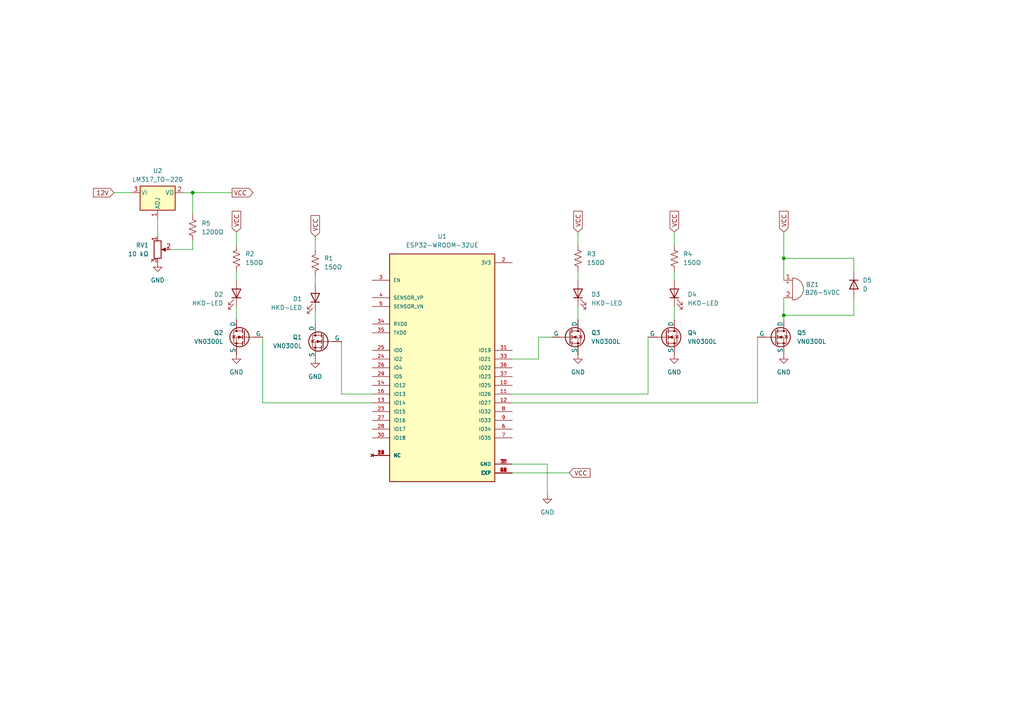
<source format=kicad_sch>
(kicad_sch
	(version 20231120)
	(generator "eeschema")
	(generator_version "8.0")
	(uuid "ec2579eb-746a-4bb1-a2fa-325ee18609e3")
	(paper "A4")
	(lib_symbols
		(symbol "Device:Buzzer"
			(pin_names
				(offset 0.0254) hide)
			(exclude_from_sim no)
			(in_bom yes)
			(on_board yes)
			(property "Reference" "BZ"
				(at 3.81 1.27 0)
				(effects
					(font
						(size 1.27 1.27)
					)
					(justify left)
				)
			)
			(property "Value" "Buzzer"
				(at 3.81 -1.27 0)
				(effects
					(font
						(size 1.27 1.27)
					)
					(justify left)
				)
			)
			(property "Footprint" ""
				(at -0.635 2.54 90)
				(effects
					(font
						(size 1.27 1.27)
					)
					(hide yes)
				)
			)
			(property "Datasheet" "~"
				(at -0.635 2.54 90)
				(effects
					(font
						(size 1.27 1.27)
					)
					(hide yes)
				)
			)
			(property "Description" "Buzzer, polarized"
				(at 0 0 0)
				(effects
					(font
						(size 1.27 1.27)
					)
					(hide yes)
				)
			)
			(property "ki_keywords" "quartz resonator ceramic"
				(at 0 0 0)
				(effects
					(font
						(size 1.27 1.27)
					)
					(hide yes)
				)
			)
			(property "ki_fp_filters" "*Buzzer*"
				(at 0 0 0)
				(effects
					(font
						(size 1.27 1.27)
					)
					(hide yes)
				)
			)
			(symbol "Buzzer_0_1"
				(arc
					(start 0 -3.175)
					(mid 3.1612 0)
					(end 0 3.175)
					(stroke
						(width 0)
						(type default)
					)
					(fill
						(type none)
					)
				)
				(polyline
					(pts
						(xy -1.651 1.905) (xy -1.143 1.905)
					)
					(stroke
						(width 0)
						(type default)
					)
					(fill
						(type none)
					)
				)
				(polyline
					(pts
						(xy -1.397 2.159) (xy -1.397 1.651)
					)
					(stroke
						(width 0)
						(type default)
					)
					(fill
						(type none)
					)
				)
				(polyline
					(pts
						(xy 0 3.175) (xy 0 -3.175)
					)
					(stroke
						(width 0)
						(type default)
					)
					(fill
						(type none)
					)
				)
			)
			(symbol "Buzzer_1_1"
				(pin passive line
					(at -2.54 2.54 0)
					(length 2.54)
					(name "+"
						(effects
							(font
								(size 1.27 1.27)
							)
						)
					)
					(number "1"
						(effects
							(font
								(size 1.27 1.27)
							)
						)
					)
				)
				(pin passive line
					(at -2.54 -2.54 0)
					(length 2.54)
					(name "-"
						(effects
							(font
								(size 1.27 1.27)
							)
						)
					)
					(number "2"
						(effects
							(font
								(size 1.27 1.27)
							)
						)
					)
				)
			)
		)
		(symbol "Device:D"
			(pin_numbers hide)
			(pin_names
				(offset 1.016) hide)
			(exclude_from_sim no)
			(in_bom yes)
			(on_board yes)
			(property "Reference" "D"
				(at 0 2.54 0)
				(effects
					(font
						(size 1.27 1.27)
					)
				)
			)
			(property "Value" "D"
				(at 0 -2.54 0)
				(effects
					(font
						(size 1.27 1.27)
					)
				)
			)
			(property "Footprint" ""
				(at 0 0 0)
				(effects
					(font
						(size 1.27 1.27)
					)
					(hide yes)
				)
			)
			(property "Datasheet" "~"
				(at 0 0 0)
				(effects
					(font
						(size 1.27 1.27)
					)
					(hide yes)
				)
			)
			(property "Description" "Diode"
				(at 0 0 0)
				(effects
					(font
						(size 1.27 1.27)
					)
					(hide yes)
				)
			)
			(property "Sim.Device" "D"
				(at 0 0 0)
				(effects
					(font
						(size 1.27 1.27)
					)
					(hide yes)
				)
			)
			(property "Sim.Pins" "1=K 2=A"
				(at 0 0 0)
				(effects
					(font
						(size 1.27 1.27)
					)
					(hide yes)
				)
			)
			(property "ki_keywords" "diode"
				(at 0 0 0)
				(effects
					(font
						(size 1.27 1.27)
					)
					(hide yes)
				)
			)
			(property "ki_fp_filters" "TO-???* *_Diode_* *SingleDiode* D_*"
				(at 0 0 0)
				(effects
					(font
						(size 1.27 1.27)
					)
					(hide yes)
				)
			)
			(symbol "D_0_1"
				(polyline
					(pts
						(xy -1.27 1.27) (xy -1.27 -1.27)
					)
					(stroke
						(width 0.254)
						(type default)
					)
					(fill
						(type none)
					)
				)
				(polyline
					(pts
						(xy 1.27 0) (xy -1.27 0)
					)
					(stroke
						(width 0)
						(type default)
					)
					(fill
						(type none)
					)
				)
				(polyline
					(pts
						(xy 1.27 1.27) (xy 1.27 -1.27) (xy -1.27 0) (xy 1.27 1.27)
					)
					(stroke
						(width 0.254)
						(type default)
					)
					(fill
						(type none)
					)
				)
			)
			(symbol "D_1_1"
				(pin passive line
					(at -3.81 0 0)
					(length 2.54)
					(name "K"
						(effects
							(font
								(size 1.27 1.27)
							)
						)
					)
					(number "1"
						(effects
							(font
								(size 1.27 1.27)
							)
						)
					)
				)
				(pin passive line
					(at 3.81 0 180)
					(length 2.54)
					(name "A"
						(effects
							(font
								(size 1.27 1.27)
							)
						)
					)
					(number "2"
						(effects
							(font
								(size 1.27 1.27)
							)
						)
					)
				)
			)
		)
		(symbol "Device:LED"
			(pin_numbers hide)
			(pin_names
				(offset 1.016) hide)
			(exclude_from_sim no)
			(in_bom yes)
			(on_board yes)
			(property "Reference" "D"
				(at 0 2.54 0)
				(effects
					(font
						(size 1.27 1.27)
					)
				)
			)
			(property "Value" "LED"
				(at 0 -2.54 0)
				(effects
					(font
						(size 1.27 1.27)
					)
				)
			)
			(property "Footprint" ""
				(at 0 0 0)
				(effects
					(font
						(size 1.27 1.27)
					)
					(hide yes)
				)
			)
			(property "Datasheet" "~"
				(at 0 0 0)
				(effects
					(font
						(size 1.27 1.27)
					)
					(hide yes)
				)
			)
			(property "Description" "Light emitting diode"
				(at 0 0 0)
				(effects
					(font
						(size 1.27 1.27)
					)
					(hide yes)
				)
			)
			(property "ki_keywords" "LED diode"
				(at 0 0 0)
				(effects
					(font
						(size 1.27 1.27)
					)
					(hide yes)
				)
			)
			(property "ki_fp_filters" "LED* LED_SMD:* LED_THT:*"
				(at 0 0 0)
				(effects
					(font
						(size 1.27 1.27)
					)
					(hide yes)
				)
			)
			(symbol "LED_0_1"
				(polyline
					(pts
						(xy -1.27 -1.27) (xy -1.27 1.27)
					)
					(stroke
						(width 0.254)
						(type default)
					)
					(fill
						(type none)
					)
				)
				(polyline
					(pts
						(xy -1.27 0) (xy 1.27 0)
					)
					(stroke
						(width 0)
						(type default)
					)
					(fill
						(type none)
					)
				)
				(polyline
					(pts
						(xy 1.27 -1.27) (xy 1.27 1.27) (xy -1.27 0) (xy 1.27 -1.27)
					)
					(stroke
						(width 0.254)
						(type default)
					)
					(fill
						(type none)
					)
				)
				(polyline
					(pts
						(xy -3.048 -0.762) (xy -4.572 -2.286) (xy -3.81 -2.286) (xy -4.572 -2.286) (xy -4.572 -1.524)
					)
					(stroke
						(width 0)
						(type default)
					)
					(fill
						(type none)
					)
				)
				(polyline
					(pts
						(xy -1.778 -0.762) (xy -3.302 -2.286) (xy -2.54 -2.286) (xy -3.302 -2.286) (xy -3.302 -1.524)
					)
					(stroke
						(width 0)
						(type default)
					)
					(fill
						(type none)
					)
				)
			)
			(symbol "LED_1_1"
				(pin passive line
					(at -3.81 0 0)
					(length 2.54)
					(name "K"
						(effects
							(font
								(size 1.27 1.27)
							)
						)
					)
					(number "1"
						(effects
							(font
								(size 1.27 1.27)
							)
						)
					)
				)
				(pin passive line
					(at 3.81 0 180)
					(length 2.54)
					(name "A"
						(effects
							(font
								(size 1.27 1.27)
							)
						)
					)
					(number "2"
						(effects
							(font
								(size 1.27 1.27)
							)
						)
					)
				)
			)
		)
		(symbol "Device:R_Potentiometer"
			(pin_names
				(offset 1.016) hide)
			(exclude_from_sim no)
			(in_bom yes)
			(on_board yes)
			(property "Reference" "RV"
				(at -4.445 0 90)
				(effects
					(font
						(size 1.27 1.27)
					)
				)
			)
			(property "Value" "R_Potentiometer"
				(at -2.54 0 90)
				(effects
					(font
						(size 1.27 1.27)
					)
				)
			)
			(property "Footprint" ""
				(at 0 0 0)
				(effects
					(font
						(size 1.27 1.27)
					)
					(hide yes)
				)
			)
			(property "Datasheet" "~"
				(at 0 0 0)
				(effects
					(font
						(size 1.27 1.27)
					)
					(hide yes)
				)
			)
			(property "Description" "Potentiometer"
				(at 0 0 0)
				(effects
					(font
						(size 1.27 1.27)
					)
					(hide yes)
				)
			)
			(property "ki_keywords" "resistor variable"
				(at 0 0 0)
				(effects
					(font
						(size 1.27 1.27)
					)
					(hide yes)
				)
			)
			(property "ki_fp_filters" "Potentiometer*"
				(at 0 0 0)
				(effects
					(font
						(size 1.27 1.27)
					)
					(hide yes)
				)
			)
			(symbol "R_Potentiometer_0_1"
				(polyline
					(pts
						(xy 2.54 0) (xy 1.524 0)
					)
					(stroke
						(width 0)
						(type default)
					)
					(fill
						(type none)
					)
				)
				(polyline
					(pts
						(xy 1.143 0) (xy 2.286 0.508) (xy 2.286 -0.508) (xy 1.143 0)
					)
					(stroke
						(width 0)
						(type default)
					)
					(fill
						(type outline)
					)
				)
				(rectangle
					(start 1.016 2.54)
					(end -1.016 -2.54)
					(stroke
						(width 0.254)
						(type default)
					)
					(fill
						(type none)
					)
				)
			)
			(symbol "R_Potentiometer_1_1"
				(pin passive line
					(at 0 3.81 270)
					(length 1.27)
					(name "1"
						(effects
							(font
								(size 1.27 1.27)
							)
						)
					)
					(number "1"
						(effects
							(font
								(size 1.27 1.27)
							)
						)
					)
				)
				(pin passive line
					(at 3.81 0 180)
					(length 1.27)
					(name "2"
						(effects
							(font
								(size 1.27 1.27)
							)
						)
					)
					(number "2"
						(effects
							(font
								(size 1.27 1.27)
							)
						)
					)
				)
				(pin passive line
					(at 0 -3.81 90)
					(length 1.27)
					(name "3"
						(effects
							(font
								(size 1.27 1.27)
							)
						)
					)
					(number "3"
						(effects
							(font
								(size 1.27 1.27)
							)
						)
					)
				)
			)
		)
		(symbol "Device:R_US"
			(pin_numbers hide)
			(pin_names
				(offset 0)
			)
			(exclude_from_sim no)
			(in_bom yes)
			(on_board yes)
			(property "Reference" "R"
				(at 2.54 0 90)
				(effects
					(font
						(size 1.27 1.27)
					)
				)
			)
			(property "Value" "R_US"
				(at -2.54 0 90)
				(effects
					(font
						(size 1.27 1.27)
					)
				)
			)
			(property "Footprint" ""
				(at 1.016 -0.254 90)
				(effects
					(font
						(size 1.27 1.27)
					)
					(hide yes)
				)
			)
			(property "Datasheet" "~"
				(at 0 0 0)
				(effects
					(font
						(size 1.27 1.27)
					)
					(hide yes)
				)
			)
			(property "Description" "Resistor, US symbol"
				(at 0 0 0)
				(effects
					(font
						(size 1.27 1.27)
					)
					(hide yes)
				)
			)
			(property "ki_keywords" "R res resistor"
				(at 0 0 0)
				(effects
					(font
						(size 1.27 1.27)
					)
					(hide yes)
				)
			)
			(property "ki_fp_filters" "R_*"
				(at 0 0 0)
				(effects
					(font
						(size 1.27 1.27)
					)
					(hide yes)
				)
			)
			(symbol "R_US_0_1"
				(polyline
					(pts
						(xy 0 -2.286) (xy 0 -2.54)
					)
					(stroke
						(width 0)
						(type default)
					)
					(fill
						(type none)
					)
				)
				(polyline
					(pts
						(xy 0 2.286) (xy 0 2.54)
					)
					(stroke
						(width 0)
						(type default)
					)
					(fill
						(type none)
					)
				)
				(polyline
					(pts
						(xy 0 -0.762) (xy 1.016 -1.143) (xy 0 -1.524) (xy -1.016 -1.905) (xy 0 -2.286)
					)
					(stroke
						(width 0)
						(type default)
					)
					(fill
						(type none)
					)
				)
				(polyline
					(pts
						(xy 0 0.762) (xy 1.016 0.381) (xy 0 0) (xy -1.016 -0.381) (xy 0 -0.762)
					)
					(stroke
						(width 0)
						(type default)
					)
					(fill
						(type none)
					)
				)
				(polyline
					(pts
						(xy 0 2.286) (xy 1.016 1.905) (xy 0 1.524) (xy -1.016 1.143) (xy 0 0.762)
					)
					(stroke
						(width 0)
						(type default)
					)
					(fill
						(type none)
					)
				)
			)
			(symbol "R_US_1_1"
				(pin passive line
					(at 0 3.81 270)
					(length 1.27)
					(name "~"
						(effects
							(font
								(size 1.27 1.27)
							)
						)
					)
					(number "1"
						(effects
							(font
								(size 1.27 1.27)
							)
						)
					)
				)
				(pin passive line
					(at 0 -3.81 90)
					(length 1.27)
					(name "~"
						(effects
							(font
								(size 1.27 1.27)
							)
						)
					)
					(number "2"
						(effects
							(font
								(size 1.27 1.27)
							)
						)
					)
				)
			)
		)
		(symbol "ESP32-WROOM-32UE:ESP32-WROOM-32UE"
			(pin_names
				(offset 1.016)
			)
			(exclude_from_sim no)
			(in_bom yes)
			(on_board yes)
			(property "Reference" "U"
				(at -15.24 35.56 0)
				(effects
					(font
						(size 1.27 1.27)
					)
					(justify left top)
				)
			)
			(property "Value" "ESP32-WROOM-32UE"
				(at -15.24 -35.56 0)
				(effects
					(font
						(size 1.27 1.27)
					)
					(justify left bottom)
				)
			)
			(property "Footprint" "ESP32-WROOM-32UE:IC_ESP32-WROOM-32UE"
				(at 0 0 0)
				(effects
					(font
						(size 1.27 1.27)
					)
					(justify bottom)
					(hide yes)
				)
			)
			(property "Datasheet" ""
				(at 0 0 0)
				(effects
					(font
						(size 1.27 1.27)
					)
					(hide yes)
				)
			)
			(property "Description" ""
				(at 0 0 0)
				(effects
					(font
						(size 1.27 1.27)
					)
					(hide yes)
				)
			)
			(property "DigiKey_Part_Number" ""
				(at 0 0 0)
				(effects
					(font
						(size 1.27 1.27)
					)
					(justify bottom)
					(hide yes)
				)
			)
			(property "SnapEDA_Link" "https://www.snapeda.com/parts/ESP32-WROOM-32UE/Espressif+Systems/view-part/?ref=snap"
				(at 0 0 0)
				(effects
					(font
						(size 1.27 1.27)
					)
					(justify bottom)
					(hide yes)
				)
			)
			(property "MAXIMUM_PACKAGE_HEIGHT" "3.35 mm"
				(at 0 0 0)
				(effects
					(font
						(size 1.27 1.27)
					)
					(justify bottom)
					(hide yes)
				)
			)
			(property "Package" "None"
				(at 0 0 0)
				(effects
					(font
						(size 1.27 1.27)
					)
					(justify bottom)
					(hide yes)
				)
			)
			(property "Check_prices" "https://www.snapeda.com/parts/ESP32-WROOM-32UE/Espressif+Systems/view-part/?ref=eda"
				(at 0 0 0)
				(effects
					(font
						(size 1.27 1.27)
					)
					(justify bottom)
					(hide yes)
				)
			)
			(property "STANDARD" "Manufacturer recommendations"
				(at 0 0 0)
				(effects
					(font
						(size 1.27 1.27)
					)
					(justify bottom)
					(hide yes)
				)
			)
			(property "PARTREV" "v1.3"
				(at 0 0 0)
				(effects
					(font
						(size 1.27 1.27)
					)
					(justify bottom)
					(hide yes)
				)
			)
			(property "MF" "Espressif Systems"
				(at 0 0 0)
				(effects
					(font
						(size 1.27 1.27)
					)
					(justify bottom)
					(hide yes)
				)
			)
			(property "MP" "ESP32-WROOM-32UE"
				(at 0 0 0)
				(effects
					(font
						(size 1.27 1.27)
					)
					(justify bottom)
					(hide yes)
				)
			)
			(property "Description_1" "\n                        \n                            ESP32-WROOM-32UE series Transceiver; 802.11 b/g/n (Wi-Fi, WiFi, WLAN), Bluetooth® Smart Ready 4.x Dual Mode Evaluation Board\n                        \n"
				(at 0 0 0)
				(effects
					(font
						(size 1.27 1.27)
					)
					(justify bottom)
					(hide yes)
				)
			)
			(property "MANUFACTURER" "Espressif Systems"
				(at 0 0 0)
				(effects
					(font
						(size 1.27 1.27)
					)
					(justify bottom)
					(hide yes)
				)
			)
			(symbol "ESP32-WROOM-32UE_0_0"
				(rectangle
					(start -15.24 -33.02)
					(end 15.24 33.02)
					(stroke
						(width 0.254)
						(type default)
					)
					(fill
						(type background)
					)
				)
				(pin power_in line
					(at 20.32 -27.94 180)
					(length 5.08)
					(name "GND"
						(effects
							(font
								(size 1.016 1.016)
							)
						)
					)
					(number "1"
						(effects
							(font
								(size 1.016 1.016)
							)
						)
					)
				)
				(pin bidirectional line
					(at 20.32 -5.08 180)
					(length 5.08)
					(name "IO25"
						(effects
							(font
								(size 1.016 1.016)
							)
						)
					)
					(number "10"
						(effects
							(font
								(size 1.016 1.016)
							)
						)
					)
				)
				(pin bidirectional line
					(at 20.32 -7.62 180)
					(length 5.08)
					(name "IO26"
						(effects
							(font
								(size 1.016 1.016)
							)
						)
					)
					(number "11"
						(effects
							(font
								(size 1.016 1.016)
							)
						)
					)
				)
				(pin bidirectional line
					(at 20.32 -10.16 180)
					(length 5.08)
					(name "IO27"
						(effects
							(font
								(size 1.016 1.016)
							)
						)
					)
					(number "12"
						(effects
							(font
								(size 1.016 1.016)
							)
						)
					)
				)
				(pin bidirectional line
					(at -20.32 -10.16 0)
					(length 5.08)
					(name "IO14"
						(effects
							(font
								(size 1.016 1.016)
							)
						)
					)
					(number "13"
						(effects
							(font
								(size 1.016 1.016)
							)
						)
					)
				)
				(pin bidirectional line
					(at -20.32 -5.08 0)
					(length 5.08)
					(name "IO12"
						(effects
							(font
								(size 1.016 1.016)
							)
						)
					)
					(number "14"
						(effects
							(font
								(size 1.016 1.016)
							)
						)
					)
				)
				(pin power_in line
					(at 20.32 -27.94 180)
					(length 5.08)
					(name "GND"
						(effects
							(font
								(size 1.016 1.016)
							)
						)
					)
					(number "15"
						(effects
							(font
								(size 1.016 1.016)
							)
						)
					)
				)
				(pin bidirectional line
					(at -20.32 -7.62 0)
					(length 5.08)
					(name "IO13"
						(effects
							(font
								(size 1.016 1.016)
							)
						)
					)
					(number "16"
						(effects
							(font
								(size 1.016 1.016)
							)
						)
					)
				)
				(pin no_connect line
					(at -20.32 -25.4 0)
					(length 5.08)
					(name "NC"
						(effects
							(font
								(size 1.016 1.016)
							)
						)
					)
					(number "17"
						(effects
							(font
								(size 1.016 1.016)
							)
						)
					)
				)
				(pin no_connect line
					(at -20.32 -25.4 0)
					(length 5.08)
					(name "NC"
						(effects
							(font
								(size 1.016 1.016)
							)
						)
					)
					(number "18"
						(effects
							(font
								(size 1.016 1.016)
							)
						)
					)
				)
				(pin no_connect line
					(at -20.32 -25.4 0)
					(length 5.08)
					(name "NC"
						(effects
							(font
								(size 1.016 1.016)
							)
						)
					)
					(number "19"
						(effects
							(font
								(size 1.016 1.016)
							)
						)
					)
				)
				(pin power_in line
					(at 20.32 30.48 180)
					(length 5.08)
					(name "3V3"
						(effects
							(font
								(size 1.016 1.016)
							)
						)
					)
					(number "2"
						(effects
							(font
								(size 1.016 1.016)
							)
						)
					)
				)
				(pin no_connect line
					(at -20.32 -25.4 0)
					(length 5.08)
					(name "NC"
						(effects
							(font
								(size 1.016 1.016)
							)
						)
					)
					(number "20"
						(effects
							(font
								(size 1.016 1.016)
							)
						)
					)
				)
				(pin no_connect line
					(at -20.32 -25.4 0)
					(length 5.08)
					(name "NC"
						(effects
							(font
								(size 1.016 1.016)
							)
						)
					)
					(number "21"
						(effects
							(font
								(size 1.016 1.016)
							)
						)
					)
				)
				(pin no_connect line
					(at -20.32 -25.4 0)
					(length 5.08)
					(name "NC"
						(effects
							(font
								(size 1.016 1.016)
							)
						)
					)
					(number "22"
						(effects
							(font
								(size 1.016 1.016)
							)
						)
					)
				)
				(pin bidirectional line
					(at -20.32 -12.7 0)
					(length 5.08)
					(name "IO15"
						(effects
							(font
								(size 1.016 1.016)
							)
						)
					)
					(number "23"
						(effects
							(font
								(size 1.016 1.016)
							)
						)
					)
				)
				(pin bidirectional line
					(at -20.32 2.54 0)
					(length 5.08)
					(name "IO2"
						(effects
							(font
								(size 1.016 1.016)
							)
						)
					)
					(number "24"
						(effects
							(font
								(size 1.016 1.016)
							)
						)
					)
				)
				(pin bidirectional line
					(at -20.32 5.08 0)
					(length 5.08)
					(name "IO0"
						(effects
							(font
								(size 1.016 1.016)
							)
						)
					)
					(number "25"
						(effects
							(font
								(size 1.016 1.016)
							)
						)
					)
				)
				(pin bidirectional line
					(at -20.32 0 0)
					(length 5.08)
					(name "IO4"
						(effects
							(font
								(size 1.016 1.016)
							)
						)
					)
					(number "26"
						(effects
							(font
								(size 1.016 1.016)
							)
						)
					)
				)
				(pin bidirectional line
					(at -20.32 -15.24 0)
					(length 5.08)
					(name "IO16"
						(effects
							(font
								(size 1.016 1.016)
							)
						)
					)
					(number "27"
						(effects
							(font
								(size 1.016 1.016)
							)
						)
					)
				)
				(pin bidirectional line
					(at -20.32 -17.78 0)
					(length 5.08)
					(name "IO17"
						(effects
							(font
								(size 1.016 1.016)
							)
						)
					)
					(number "28"
						(effects
							(font
								(size 1.016 1.016)
							)
						)
					)
				)
				(pin bidirectional line
					(at -20.32 -2.54 0)
					(length 5.08)
					(name "IO5"
						(effects
							(font
								(size 1.016 1.016)
							)
						)
					)
					(number "29"
						(effects
							(font
								(size 1.016 1.016)
							)
						)
					)
				)
				(pin input line
					(at -20.32 25.4 0)
					(length 5.08)
					(name "EN"
						(effects
							(font
								(size 1.016 1.016)
							)
						)
					)
					(number "3"
						(effects
							(font
								(size 1.016 1.016)
							)
						)
					)
				)
				(pin bidirectional line
					(at -20.32 -20.32 0)
					(length 5.08)
					(name "IO18"
						(effects
							(font
								(size 1.016 1.016)
							)
						)
					)
					(number "30"
						(effects
							(font
								(size 1.016 1.016)
							)
						)
					)
				)
				(pin bidirectional line
					(at 20.32 5.08 180)
					(length 5.08)
					(name "IO19"
						(effects
							(font
								(size 1.016 1.016)
							)
						)
					)
					(number "31"
						(effects
							(font
								(size 1.016 1.016)
							)
						)
					)
				)
				(pin no_connect line
					(at -20.32 -25.4 0)
					(length 5.08)
					(name "NC"
						(effects
							(font
								(size 1.016 1.016)
							)
						)
					)
					(number "32"
						(effects
							(font
								(size 1.016 1.016)
							)
						)
					)
				)
				(pin bidirectional line
					(at 20.32 2.54 180)
					(length 5.08)
					(name "IO21"
						(effects
							(font
								(size 1.016 1.016)
							)
						)
					)
					(number "33"
						(effects
							(font
								(size 1.016 1.016)
							)
						)
					)
				)
				(pin bidirectional line
					(at -20.32 12.7 0)
					(length 5.08)
					(name "RXD0"
						(effects
							(font
								(size 1.016 1.016)
							)
						)
					)
					(number "34"
						(effects
							(font
								(size 1.016 1.016)
							)
						)
					)
				)
				(pin bidirectional line
					(at -20.32 10.16 0)
					(length 5.08)
					(name "TXD0"
						(effects
							(font
								(size 1.016 1.016)
							)
						)
					)
					(number "35"
						(effects
							(font
								(size 1.016 1.016)
							)
						)
					)
				)
				(pin bidirectional line
					(at 20.32 0 180)
					(length 5.08)
					(name "IO22"
						(effects
							(font
								(size 1.016 1.016)
							)
						)
					)
					(number "36"
						(effects
							(font
								(size 1.016 1.016)
							)
						)
					)
				)
				(pin bidirectional line
					(at 20.32 -2.54 180)
					(length 5.08)
					(name "IO23"
						(effects
							(font
								(size 1.016 1.016)
							)
						)
					)
					(number "37"
						(effects
							(font
								(size 1.016 1.016)
							)
						)
					)
				)
				(pin power_in line
					(at 20.32 -27.94 180)
					(length 5.08)
					(name "GND"
						(effects
							(font
								(size 1.016 1.016)
							)
						)
					)
					(number "38"
						(effects
							(font
								(size 1.016 1.016)
							)
						)
					)
				)
				(pin power_in line
					(at 20.32 -30.48 180)
					(length 5.08)
					(name "EXP"
						(effects
							(font
								(size 1.016 1.016)
							)
						)
					)
					(number "39"
						(effects
							(font
								(size 1.016 1.016)
							)
						)
					)
				)
				(pin input line
					(at -20.32 20.32 0)
					(length 5.08)
					(name "SENSOR_VP"
						(effects
							(font
								(size 1.016 1.016)
							)
						)
					)
					(number "4"
						(effects
							(font
								(size 1.016 1.016)
							)
						)
					)
				)
				(pin power_in line
					(at 20.32 -30.48 180)
					(length 5.08)
					(name "EXP"
						(effects
							(font
								(size 1.016 1.016)
							)
						)
					)
					(number "40"
						(effects
							(font
								(size 1.016 1.016)
							)
						)
					)
				)
				(pin power_in line
					(at 20.32 -30.48 180)
					(length 5.08)
					(name "EXP"
						(effects
							(font
								(size 1.016 1.016)
							)
						)
					)
					(number "41"
						(effects
							(font
								(size 1.016 1.016)
							)
						)
					)
				)
				(pin power_in line
					(at 20.32 -30.48 180)
					(length 5.08)
					(name "EXP"
						(effects
							(font
								(size 1.016 1.016)
							)
						)
					)
					(number "42"
						(effects
							(font
								(size 1.016 1.016)
							)
						)
					)
				)
				(pin power_in line
					(at 20.32 -30.48 180)
					(length 5.08)
					(name "EXP"
						(effects
							(font
								(size 1.016 1.016)
							)
						)
					)
					(number "43"
						(effects
							(font
								(size 1.016 1.016)
							)
						)
					)
				)
				(pin power_in line
					(at 20.32 -30.48 180)
					(length 5.08)
					(name "EXP"
						(effects
							(font
								(size 1.016 1.016)
							)
						)
					)
					(number "44"
						(effects
							(font
								(size 1.016 1.016)
							)
						)
					)
				)
				(pin power_in line
					(at 20.32 -30.48 180)
					(length 5.08)
					(name "EXP"
						(effects
							(font
								(size 1.016 1.016)
							)
						)
					)
					(number "45"
						(effects
							(font
								(size 1.016 1.016)
							)
						)
					)
				)
				(pin power_in line
					(at 20.32 -30.48 180)
					(length 5.08)
					(name "EXP"
						(effects
							(font
								(size 1.016 1.016)
							)
						)
					)
					(number "46"
						(effects
							(font
								(size 1.016 1.016)
							)
						)
					)
				)
				(pin power_in line
					(at 20.32 -30.48 180)
					(length 5.08)
					(name "EXP"
						(effects
							(font
								(size 1.016 1.016)
							)
						)
					)
					(number "47"
						(effects
							(font
								(size 1.016 1.016)
							)
						)
					)
				)
				(pin power_in line
					(at 20.32 -30.48 180)
					(length 5.08)
					(name "EXP"
						(effects
							(font
								(size 1.016 1.016)
							)
						)
					)
					(number "48"
						(effects
							(font
								(size 1.016 1.016)
							)
						)
					)
				)
				(pin power_in line
					(at 20.32 -30.48 180)
					(length 5.08)
					(name "EXP"
						(effects
							(font
								(size 1.016 1.016)
							)
						)
					)
					(number "49"
						(effects
							(font
								(size 1.016 1.016)
							)
						)
					)
				)
				(pin input line
					(at -20.32 17.78 0)
					(length 5.08)
					(name "SENSOR_VN"
						(effects
							(font
								(size 1.016 1.016)
							)
						)
					)
					(number "5"
						(effects
							(font
								(size 1.016 1.016)
							)
						)
					)
				)
				(pin power_in line
					(at 20.32 -30.48 180)
					(length 5.08)
					(name "EXP"
						(effects
							(font
								(size 1.016 1.016)
							)
						)
					)
					(number "50"
						(effects
							(font
								(size 1.016 1.016)
							)
						)
					)
				)
				(pin power_in line
					(at 20.32 -30.48 180)
					(length 5.08)
					(name "EXP"
						(effects
							(font
								(size 1.016 1.016)
							)
						)
					)
					(number "51"
						(effects
							(font
								(size 1.016 1.016)
							)
						)
					)
				)
				(pin power_in line
					(at 20.32 -30.48 180)
					(length 5.08)
					(name "EXP"
						(effects
							(font
								(size 1.016 1.016)
							)
						)
					)
					(number "52"
						(effects
							(font
								(size 1.016 1.016)
							)
						)
					)
				)
				(pin power_in line
					(at 20.32 -30.48 180)
					(length 5.08)
					(name "EXP"
						(effects
							(font
								(size 1.016 1.016)
							)
						)
					)
					(number "53"
						(effects
							(font
								(size 1.016 1.016)
							)
						)
					)
				)
				(pin power_in line
					(at 20.32 -30.48 180)
					(length 5.08)
					(name "EXP"
						(effects
							(font
								(size 1.016 1.016)
							)
						)
					)
					(number "54"
						(effects
							(font
								(size 1.016 1.016)
							)
						)
					)
				)
				(pin power_in line
					(at 20.32 -30.48 180)
					(length 5.08)
					(name "EXP"
						(effects
							(font
								(size 1.016 1.016)
							)
						)
					)
					(number "55"
						(effects
							(font
								(size 1.016 1.016)
							)
						)
					)
				)
				(pin power_in line
					(at 20.32 -30.48 180)
					(length 5.08)
					(name "EXP"
						(effects
							(font
								(size 1.016 1.016)
							)
						)
					)
					(number "56"
						(effects
							(font
								(size 1.016 1.016)
							)
						)
					)
				)
				(pin power_in line
					(at 20.32 -30.48 180)
					(length 5.08)
					(name "EXP"
						(effects
							(font
								(size 1.016 1.016)
							)
						)
					)
					(number "57"
						(effects
							(font
								(size 1.016 1.016)
							)
						)
					)
				)
				(pin power_in line
					(at 20.32 -30.48 180)
					(length 5.08)
					(name "EXP"
						(effects
							(font
								(size 1.016 1.016)
							)
						)
					)
					(number "58"
						(effects
							(font
								(size 1.016 1.016)
							)
						)
					)
				)
				(pin power_in line
					(at 20.32 -30.48 180)
					(length 5.08)
					(name "EXP"
						(effects
							(font
								(size 1.016 1.016)
							)
						)
					)
					(number "59"
						(effects
							(font
								(size 1.016 1.016)
							)
						)
					)
				)
				(pin input line
					(at 20.32 -17.78 180)
					(length 5.08)
					(name "IO34"
						(effects
							(font
								(size 1.016 1.016)
							)
						)
					)
					(number "6"
						(effects
							(font
								(size 1.016 1.016)
							)
						)
					)
				)
				(pin input line
					(at 20.32 -20.32 180)
					(length 5.08)
					(name "IO35"
						(effects
							(font
								(size 1.016 1.016)
							)
						)
					)
					(number "7"
						(effects
							(font
								(size 1.016 1.016)
							)
						)
					)
				)
				(pin bidirectional line
					(at 20.32 -12.7 180)
					(length 5.08)
					(name "IO32"
						(effects
							(font
								(size 1.016 1.016)
							)
						)
					)
					(number "8"
						(effects
							(font
								(size 1.016 1.016)
							)
						)
					)
				)
				(pin bidirectional line
					(at 20.32 -15.24 180)
					(length 5.08)
					(name "IO33"
						(effects
							(font
								(size 1.016 1.016)
							)
						)
					)
					(number "9"
						(effects
							(font
								(size 1.016 1.016)
							)
						)
					)
				)
			)
		)
		(symbol "Regulator_Linear:LM317_TO-220"
			(pin_names
				(offset 0.254)
			)
			(exclude_from_sim no)
			(in_bom yes)
			(on_board yes)
			(property "Reference" "U"
				(at -3.81 3.175 0)
				(effects
					(font
						(size 1.27 1.27)
					)
				)
			)
			(property "Value" "LM317_TO-220"
				(at 0 3.175 0)
				(effects
					(font
						(size 1.27 1.27)
					)
					(justify left)
				)
			)
			(property "Footprint" "Package_TO_SOT_THT:TO-220-3_Vertical"
				(at 0 6.35 0)
				(effects
					(font
						(size 1.27 1.27)
						(italic yes)
					)
					(hide yes)
				)
			)
			(property "Datasheet" "http://www.ti.com/lit/ds/symlink/lm317.pdf"
				(at 0 0 0)
				(effects
					(font
						(size 1.27 1.27)
					)
					(hide yes)
				)
			)
			(property "Description" "1.5A 35V Adjustable Linear Regulator, TO-220"
				(at 0 0 0)
				(effects
					(font
						(size 1.27 1.27)
					)
					(hide yes)
				)
			)
			(property "ki_keywords" "Adjustable Voltage Regulator 1A Positive"
				(at 0 0 0)
				(effects
					(font
						(size 1.27 1.27)
					)
					(hide yes)
				)
			)
			(property "ki_fp_filters" "TO?220*"
				(at 0 0 0)
				(effects
					(font
						(size 1.27 1.27)
					)
					(hide yes)
				)
			)
			(symbol "LM317_TO-220_0_1"
				(rectangle
					(start -5.08 1.905)
					(end 5.08 -5.08)
					(stroke
						(width 0.254)
						(type default)
					)
					(fill
						(type background)
					)
				)
			)
			(symbol "LM317_TO-220_1_1"
				(pin input line
					(at 0 -7.62 90)
					(length 2.54)
					(name "ADJ"
						(effects
							(font
								(size 1.27 1.27)
							)
						)
					)
					(number "1"
						(effects
							(font
								(size 1.27 1.27)
							)
						)
					)
				)
				(pin power_out line
					(at 7.62 0 180)
					(length 2.54)
					(name "VO"
						(effects
							(font
								(size 1.27 1.27)
							)
						)
					)
					(number "2"
						(effects
							(font
								(size 1.27 1.27)
							)
						)
					)
				)
				(pin power_in line
					(at -7.62 0 0)
					(length 2.54)
					(name "VI"
						(effects
							(font
								(size 1.27 1.27)
							)
						)
					)
					(number "3"
						(effects
							(font
								(size 1.27 1.27)
							)
						)
					)
				)
			)
		)
		(symbol "Simulation_SPICE:NMOS"
			(pin_numbers hide)
			(pin_names
				(offset 0)
			)
			(exclude_from_sim no)
			(in_bom yes)
			(on_board yes)
			(property "Reference" "Q"
				(at 5.08 1.27 0)
				(effects
					(font
						(size 1.27 1.27)
					)
					(justify left)
				)
			)
			(property "Value" "NMOS"
				(at 5.08 -1.27 0)
				(effects
					(font
						(size 1.27 1.27)
					)
					(justify left)
				)
			)
			(property "Footprint" ""
				(at 5.08 2.54 0)
				(effects
					(font
						(size 1.27 1.27)
					)
					(hide yes)
				)
			)
			(property "Datasheet" "https://ngspice.sourceforge.io/docs/ngspice-html-manual/manual.xhtml#cha_MOSFETs"
				(at 0 -12.7 0)
				(effects
					(font
						(size 1.27 1.27)
					)
					(hide yes)
				)
			)
			(property "Description" "N-MOSFET transistor, drain/source/gate"
				(at 0 0 0)
				(effects
					(font
						(size 1.27 1.27)
					)
					(hide yes)
				)
			)
			(property "Sim.Device" "NMOS"
				(at 0 -17.145 0)
				(effects
					(font
						(size 1.27 1.27)
					)
					(hide yes)
				)
			)
			(property "Sim.Type" "VDMOS"
				(at 0 -19.05 0)
				(effects
					(font
						(size 1.27 1.27)
					)
					(hide yes)
				)
			)
			(property "Sim.Pins" "1=D 2=G 3=S"
				(at 0 -15.24 0)
				(effects
					(font
						(size 1.27 1.27)
					)
					(hide yes)
				)
			)
			(property "ki_keywords" "transistor NMOS N-MOS N-MOSFET simulation"
				(at 0 0 0)
				(effects
					(font
						(size 1.27 1.27)
					)
					(hide yes)
				)
			)
			(symbol "NMOS_0_1"
				(polyline
					(pts
						(xy 0.254 0) (xy -2.54 0)
					)
					(stroke
						(width 0)
						(type default)
					)
					(fill
						(type none)
					)
				)
				(polyline
					(pts
						(xy 0.254 1.905) (xy 0.254 -1.905)
					)
					(stroke
						(width 0.254)
						(type default)
					)
					(fill
						(type none)
					)
				)
				(polyline
					(pts
						(xy 0.762 -1.27) (xy 0.762 -2.286)
					)
					(stroke
						(width 0.254)
						(type default)
					)
					(fill
						(type none)
					)
				)
				(polyline
					(pts
						(xy 0.762 0.508) (xy 0.762 -0.508)
					)
					(stroke
						(width 0.254)
						(type default)
					)
					(fill
						(type none)
					)
				)
				(polyline
					(pts
						(xy 0.762 2.286) (xy 0.762 1.27)
					)
					(stroke
						(width 0.254)
						(type default)
					)
					(fill
						(type none)
					)
				)
				(polyline
					(pts
						(xy 2.54 2.54) (xy 2.54 1.778)
					)
					(stroke
						(width 0)
						(type default)
					)
					(fill
						(type none)
					)
				)
				(polyline
					(pts
						(xy 2.54 -2.54) (xy 2.54 0) (xy 0.762 0)
					)
					(stroke
						(width 0)
						(type default)
					)
					(fill
						(type none)
					)
				)
				(polyline
					(pts
						(xy 0.762 -1.778) (xy 3.302 -1.778) (xy 3.302 1.778) (xy 0.762 1.778)
					)
					(stroke
						(width 0)
						(type default)
					)
					(fill
						(type none)
					)
				)
				(polyline
					(pts
						(xy 1.016 0) (xy 2.032 0.381) (xy 2.032 -0.381) (xy 1.016 0)
					)
					(stroke
						(width 0)
						(type default)
					)
					(fill
						(type outline)
					)
				)
				(polyline
					(pts
						(xy 2.794 0.508) (xy 2.921 0.381) (xy 3.683 0.381) (xy 3.81 0.254)
					)
					(stroke
						(width 0)
						(type default)
					)
					(fill
						(type none)
					)
				)
				(polyline
					(pts
						(xy 3.302 0.381) (xy 2.921 -0.254) (xy 3.683 -0.254) (xy 3.302 0.381)
					)
					(stroke
						(width 0)
						(type default)
					)
					(fill
						(type none)
					)
				)
				(circle
					(center 1.651 0)
					(radius 2.794)
					(stroke
						(width 0.254)
						(type default)
					)
					(fill
						(type none)
					)
				)
				(circle
					(center 2.54 -1.778)
					(radius 0.254)
					(stroke
						(width 0)
						(type default)
					)
					(fill
						(type outline)
					)
				)
				(circle
					(center 2.54 1.778)
					(radius 0.254)
					(stroke
						(width 0)
						(type default)
					)
					(fill
						(type outline)
					)
				)
			)
			(symbol "NMOS_1_1"
				(pin passive line
					(at 2.54 5.08 270)
					(length 2.54)
					(name "D"
						(effects
							(font
								(size 1.27 1.27)
							)
						)
					)
					(number "1"
						(effects
							(font
								(size 1.27 1.27)
							)
						)
					)
				)
				(pin input line
					(at -5.08 0 0)
					(length 2.54)
					(name "G"
						(effects
							(font
								(size 1.27 1.27)
							)
						)
					)
					(number "2"
						(effects
							(font
								(size 1.27 1.27)
							)
						)
					)
				)
				(pin passive line
					(at 2.54 -5.08 90)
					(length 2.54)
					(name "S"
						(effects
							(font
								(size 1.27 1.27)
							)
						)
					)
					(number "3"
						(effects
							(font
								(size 1.27 1.27)
							)
						)
					)
				)
			)
		)
		(symbol "power:GND"
			(power)
			(pin_numbers hide)
			(pin_names
				(offset 0) hide)
			(exclude_from_sim no)
			(in_bom yes)
			(on_board yes)
			(property "Reference" "#PWR"
				(at 0 -6.35 0)
				(effects
					(font
						(size 1.27 1.27)
					)
					(hide yes)
				)
			)
			(property "Value" "GND"
				(at 0 -3.81 0)
				(effects
					(font
						(size 1.27 1.27)
					)
				)
			)
			(property "Footprint" ""
				(at 0 0 0)
				(effects
					(font
						(size 1.27 1.27)
					)
					(hide yes)
				)
			)
			(property "Datasheet" ""
				(at 0 0 0)
				(effects
					(font
						(size 1.27 1.27)
					)
					(hide yes)
				)
			)
			(property "Description" "Power symbol creates a global label with name \"GND\" , ground"
				(at 0 0 0)
				(effects
					(font
						(size 1.27 1.27)
					)
					(hide yes)
				)
			)
			(property "ki_keywords" "global power"
				(at 0 0 0)
				(effects
					(font
						(size 1.27 1.27)
					)
					(hide yes)
				)
			)
			(symbol "GND_0_1"
				(polyline
					(pts
						(xy 0 0) (xy 0 -1.27) (xy 1.27 -1.27) (xy 0 -2.54) (xy -1.27 -1.27) (xy 0 -1.27)
					)
					(stroke
						(width 0)
						(type default)
					)
					(fill
						(type none)
					)
				)
			)
			(symbol "GND_1_1"
				(pin power_in line
					(at 0 0 270)
					(length 0)
					(name "~"
						(effects
							(font
								(size 1.27 1.27)
							)
						)
					)
					(number "1"
						(effects
							(font
								(size 1.27 1.27)
							)
						)
					)
				)
			)
		)
	)
	(junction
		(at 55.88 55.88)
		(diameter 0)
		(color 0 0 0 0)
		(uuid "6eb9da82-856a-49fc-b4d8-8c8f4e987028")
	)
	(junction
		(at 227.33 91.44)
		(diameter 0)
		(color 0 0 0 0)
		(uuid "9909672f-f643-4337-bc38-86e259de0c33")
	)
	(junction
		(at 227.33 74.93)
		(diameter 0)
		(color 0 0 0 0)
		(uuid "f28d8c6f-d8d2-4ea3-bc45-8d5eae105c25")
	)
	(wire
		(pts
			(xy 227.33 67.31) (xy 227.33 74.93)
		)
		(stroke
			(width 0)
			(type default)
		)
		(uuid "080c07d4-f55d-41ef-bb90-875531fb1f26")
	)
	(wire
		(pts
			(xy 55.88 55.88) (xy 55.88 62.23)
		)
		(stroke
			(width 0)
			(type default)
		)
		(uuid "0849914a-20ef-4b74-896e-e4c2e5a70101")
	)
	(wire
		(pts
			(xy 55.88 69.85) (xy 55.88 72.39)
		)
		(stroke
			(width 0)
			(type default)
		)
		(uuid "0cff84c8-5862-46f8-b002-7e9359122337")
	)
	(wire
		(pts
			(xy 68.58 88.9) (xy 68.58 92.71)
		)
		(stroke
			(width 0)
			(type default)
		)
		(uuid "0f31000f-09d7-4f01-b978-f13a2abe4fec")
	)
	(wire
		(pts
			(xy 227.33 74.93) (xy 227.33 81.28)
		)
		(stroke
			(width 0)
			(type default)
		)
		(uuid "113d1193-bc38-41c9-ab80-be515a5f9bd1")
	)
	(wire
		(pts
			(xy 247.65 74.93) (xy 227.33 74.93)
		)
		(stroke
			(width 0)
			(type default)
		)
		(uuid "188d9ed4-debe-40dd-8b35-ccb1616b1bdd")
	)
	(wire
		(pts
			(xy 91.44 80.01) (xy 91.44 82.55)
		)
		(stroke
			(width 0)
			(type default)
		)
		(uuid "1d0f3cd9-0870-42e1-9bf7-db683e0011c4")
	)
	(wire
		(pts
			(xy 247.65 86.36) (xy 247.65 91.44)
		)
		(stroke
			(width 0)
			(type default)
		)
		(uuid "2573ea60-29b0-476f-a8ea-fb317001c3d1")
	)
	(wire
		(pts
			(xy 227.33 91.44) (xy 227.33 92.71)
		)
		(stroke
			(width 0)
			(type default)
		)
		(uuid "28297bab-f388-4312-ab86-f1ac58900801")
	)
	(wire
		(pts
			(xy 107.95 114.3) (xy 99.06 114.3)
		)
		(stroke
			(width 0)
			(type default)
		)
		(uuid "29759b27-0381-460f-9c24-2b0253996f59")
	)
	(wire
		(pts
			(xy 45.72 63.5) (xy 45.72 68.58)
		)
		(stroke
			(width 0)
			(type default)
		)
		(uuid "3801533d-8f21-477c-b9e3-31b4393fbd2b")
	)
	(wire
		(pts
			(xy 55.88 55.88) (xy 53.34 55.88)
		)
		(stroke
			(width 0)
			(type default)
		)
		(uuid "3958a1a7-27bd-4f81-9575-ac67e676ee67")
	)
	(wire
		(pts
			(xy 91.44 90.17) (xy 91.44 93.98)
		)
		(stroke
			(width 0)
			(type default)
		)
		(uuid "3c1245d8-1c20-4ac7-a00e-8e34034d0e4c")
	)
	(wire
		(pts
			(xy 76.2 116.84) (xy 76.2 97.79)
		)
		(stroke
			(width 0)
			(type default)
		)
		(uuid "49ae18e6-7a12-4126-b1ca-9956a55eed55")
	)
	(wire
		(pts
			(xy 247.65 91.44) (xy 227.33 91.44)
		)
		(stroke
			(width 0)
			(type default)
		)
		(uuid "4b7f2110-3263-4515-a00b-f14d6bf97ae0")
	)
	(wire
		(pts
			(xy 158.75 134.62) (xy 148.59 134.62)
		)
		(stroke
			(width 0)
			(type default)
		)
		(uuid "5b5a42cc-7048-456f-9c9f-d18269793359")
	)
	(wire
		(pts
			(xy 160.02 97.79) (xy 156.21 97.79)
		)
		(stroke
			(width 0)
			(type default)
		)
		(uuid "5cca394d-a659-45e6-867a-d00cd23f5234")
	)
	(wire
		(pts
			(xy 67.31 55.88) (xy 55.88 55.88)
		)
		(stroke
			(width 0)
			(type default)
		)
		(uuid "5d253f8a-5829-476d-bc2d-e634fbf6735d")
	)
	(wire
		(pts
			(xy 167.64 67.31) (xy 167.64 71.12)
		)
		(stroke
			(width 0)
			(type default)
		)
		(uuid "6d29c585-e4e9-4259-895b-df49302a8e31")
	)
	(wire
		(pts
			(xy 148.59 114.3) (xy 187.96 114.3)
		)
		(stroke
			(width 0)
			(type default)
		)
		(uuid "7d471cf8-925b-48c6-bc82-cb6b693965a3")
	)
	(wire
		(pts
			(xy 165.1 137.16) (xy 148.59 137.16)
		)
		(stroke
			(width 0)
			(type default)
		)
		(uuid "85534811-b61e-49cc-bdbf-7b8515bd2b61")
	)
	(wire
		(pts
			(xy 91.44 68.58) (xy 91.44 72.39)
		)
		(stroke
			(width 0)
			(type default)
		)
		(uuid "8de80718-3db6-4d2d-a03c-739a2757ccbb")
	)
	(wire
		(pts
			(xy 33.02 55.88) (xy 38.1 55.88)
		)
		(stroke
			(width 0)
			(type default)
		)
		(uuid "8e15a814-8dc9-46dd-b7ab-72c982ff3d78")
	)
	(wire
		(pts
			(xy 107.95 116.84) (xy 76.2 116.84)
		)
		(stroke
			(width 0)
			(type default)
		)
		(uuid "918a32e0-205d-4071-8a13-3c072ec6eba8")
	)
	(wire
		(pts
			(xy 148.59 116.84) (xy 219.71 116.84)
		)
		(stroke
			(width 0)
			(type default)
		)
		(uuid "9381f538-6bb2-469b-9740-620d04847999")
	)
	(wire
		(pts
			(xy 187.96 114.3) (xy 187.96 97.79)
		)
		(stroke
			(width 0)
			(type default)
		)
		(uuid "9e1dac0d-e79c-4615-965e-58cf0579e791")
	)
	(wire
		(pts
			(xy 167.64 78.74) (xy 167.64 81.28)
		)
		(stroke
			(width 0)
			(type default)
		)
		(uuid "9e1de18f-d9b2-48ab-910f-888478c628ab")
	)
	(wire
		(pts
			(xy 49.53 72.39) (xy 55.88 72.39)
		)
		(stroke
			(width 0)
			(type default)
		)
		(uuid "b1950c77-07f1-4ef5-8baf-718057b8385d")
	)
	(wire
		(pts
			(xy 195.58 67.31) (xy 195.58 71.12)
		)
		(stroke
			(width 0)
			(type default)
		)
		(uuid "b3076a27-1e1a-4256-ab7b-a8d91702fc60")
	)
	(wire
		(pts
			(xy 247.65 78.74) (xy 247.65 74.93)
		)
		(stroke
			(width 0)
			(type default)
		)
		(uuid "b3dc33a6-3059-4323-818b-ee078bfe184d")
	)
	(wire
		(pts
			(xy 195.58 78.74) (xy 195.58 81.28)
		)
		(stroke
			(width 0)
			(type default)
		)
		(uuid "b4192db9-9bae-4a1d-afae-d6b6d9d99544")
	)
	(wire
		(pts
			(xy 195.58 88.9) (xy 195.58 92.71)
		)
		(stroke
			(width 0)
			(type default)
		)
		(uuid "b7e87d54-84e4-4082-ad53-9ebb94419fea")
	)
	(wire
		(pts
			(xy 99.06 114.3) (xy 99.06 99.06)
		)
		(stroke
			(width 0)
			(type default)
		)
		(uuid "b9f5c9c9-92a4-40ac-a8ea-f1cc3c437425")
	)
	(wire
		(pts
			(xy 227.33 86.36) (xy 227.33 91.44)
		)
		(stroke
			(width 0)
			(type default)
		)
		(uuid "caa18d94-5808-4127-bff7-c41cc57d2a9a")
	)
	(wire
		(pts
			(xy 68.58 67.31) (xy 68.58 71.12)
		)
		(stroke
			(width 0)
			(type default)
		)
		(uuid "d1561b05-b627-431d-b09e-cf3a0de037b7")
	)
	(wire
		(pts
			(xy 219.71 116.84) (xy 219.71 97.79)
		)
		(stroke
			(width 0)
			(type default)
		)
		(uuid "d27af64f-58cf-4d3b-aef2-963397ec1d36")
	)
	(wire
		(pts
			(xy 158.75 143.51) (xy 158.75 134.62)
		)
		(stroke
			(width 0)
			(type default)
		)
		(uuid "d91e05ee-9f45-443b-a75c-25e8156c4a8d")
	)
	(wire
		(pts
			(xy 156.21 104.14) (xy 156.21 97.79)
		)
		(stroke
			(width 0)
			(type default)
		)
		(uuid "e268f0f4-333d-4a59-8dd4-e0a58d1194b1")
	)
	(wire
		(pts
			(xy 68.58 78.74) (xy 68.58 81.28)
		)
		(stroke
			(width 0)
			(type default)
		)
		(uuid "e8ba5e05-bc5c-48ac-ad7d-b0882f260c85")
	)
	(wire
		(pts
			(xy 148.59 104.14) (xy 156.21 104.14)
		)
		(stroke
			(width 0)
			(type default)
		)
		(uuid "eef7eb86-88eb-46d0-9455-670a57ea209e")
	)
	(wire
		(pts
			(xy 167.64 88.9) (xy 167.64 92.71)
		)
		(stroke
			(width 0)
			(type default)
		)
		(uuid "f06dc2bd-8b0d-41d0-8165-1a04b99e5b0a")
	)
	(global_label "VCC"
		(shape input)
		(at 68.58 67.31 90)
		(fields_autoplaced yes)
		(effects
			(font
				(size 1.27 1.27)
			)
			(justify left)
		)
		(uuid "24a31564-539b-4e0a-9770-3e08c74d708c")
		(property "Intersheetrefs" "${INTERSHEET_REFS}"
			(at 68.58 60.6962 90)
			(effects
				(font
					(size 1.27 1.27)
				)
				(justify left)
				(hide yes)
			)
		)
	)
	(global_label "12V"
		(shape input)
		(at 33.02 55.88 180)
		(fields_autoplaced yes)
		(effects
			(font
				(size 1.27 1.27)
			)
			(justify right)
		)
		(uuid "322d02cf-af1f-4503-8509-53c902ba814d")
		(property "Intersheetrefs" "${INTERSHEET_REFS}"
			(at 26.5272 55.88 0)
			(effects
				(font
					(size 1.27 1.27)
				)
				(justify right)
				(hide yes)
			)
		)
	)
	(global_label "VCC"
		(shape output)
		(at 67.31 55.88 0)
		(fields_autoplaced yes)
		(effects
			(font
				(size 1.27 1.27)
			)
			(justify left)
		)
		(uuid "4809677b-3b02-485c-87af-7d2a56a7d9de")
		(property "Intersheetrefs" "${INTERSHEET_REFS}"
			(at 73.9238 55.88 0)
			(effects
				(font
					(size 1.27 1.27)
				)
				(justify left)
				(hide yes)
			)
		)
	)
	(global_label "VCC"
		(shape input)
		(at 91.44 68.58 90)
		(fields_autoplaced yes)
		(effects
			(font
				(size 1.27 1.27)
			)
			(justify left)
		)
		(uuid "4d56fce1-ad45-42bf-81fc-30f62ed00882")
		(property "Intersheetrefs" "${INTERSHEET_REFS}"
			(at 91.44 61.9662 90)
			(effects
				(font
					(size 1.27 1.27)
				)
				(justify left)
				(hide yes)
			)
		)
	)
	(global_label "VCC"
		(shape input)
		(at 167.64 67.31 90)
		(fields_autoplaced yes)
		(effects
			(font
				(size 1.27 1.27)
			)
			(justify left)
		)
		(uuid "6a4aaa7b-ae7c-4bfc-92b5-bb6ee484849a")
		(property "Intersheetrefs" "${INTERSHEET_REFS}"
			(at 167.64 60.6962 90)
			(effects
				(font
					(size 1.27 1.27)
				)
				(justify left)
				(hide yes)
			)
		)
	)
	(global_label "VCC"
		(shape input)
		(at 165.1 137.16 0)
		(fields_autoplaced yes)
		(effects
			(font
				(size 1.27 1.27)
			)
			(justify left)
		)
		(uuid "8f4fb370-8174-4ad8-95a1-8ec803c9148d")
		(property "Intersheetrefs" "${INTERSHEET_REFS}"
			(at 171.7138 137.16 0)
			(effects
				(font
					(size 1.27 1.27)
				)
				(justify left)
				(hide yes)
			)
		)
	)
	(global_label "VCC"
		(shape input)
		(at 227.33 67.31 90)
		(fields_autoplaced yes)
		(effects
			(font
				(size 1.27 1.27)
			)
			(justify left)
		)
		(uuid "bfc2d8a6-c61d-4cfd-8276-7a838b179008")
		(property "Intersheetrefs" "${INTERSHEET_REFS}"
			(at 227.33 60.6962 90)
			(effects
				(font
					(size 1.27 1.27)
				)
				(justify left)
				(hide yes)
			)
		)
	)
	(global_label "VCC"
		(shape input)
		(at 195.58 67.31 90)
		(fields_autoplaced yes)
		(effects
			(font
				(size 1.27 1.27)
			)
			(justify left)
		)
		(uuid "f0760f45-aa94-46e6-b6e8-f2314f3eb491")
		(property "Intersheetrefs" "${INTERSHEET_REFS}"
			(at 195.58 60.6962 90)
			(effects
				(font
					(size 1.27 1.27)
				)
				(justify left)
				(hide yes)
			)
		)
	)
	(symbol
		(lib_id "Simulation_SPICE:NMOS")
		(at 224.79 97.79 0)
		(unit 1)
		(exclude_from_sim no)
		(in_bom yes)
		(on_board yes)
		(dnp no)
		(fields_autoplaced yes)
		(uuid "133b808f-96b2-4a91-aca0-998cde4e48dc")
		(property "Reference" "Q5"
			(at 231.14 96.5199 0)
			(effects
				(font
					(size 1.27 1.27)
				)
				(justify left)
			)
		)
		(property "Value" "VN0300L"
			(at 231.14 99.0599 0)
			(effects
				(font
					(size 1.27 1.27)
				)
				(justify left)
			)
		)
		(property "Footprint" ""
			(at 229.87 95.25 0)
			(effects
				(font
					(size 1.27 1.27)
				)
				(hide yes)
			)
		)
		(property "Datasheet" "https://ngspice.sourceforge.io/docs/ngspice-html-manual/manual.xhtml#cha_MOSFETs"
			(at 224.79 110.49 0)
			(effects
				(font
					(size 1.27 1.27)
				)
				(hide yes)
			)
		)
		(property "Description" "N-MOSFET transistor, drain/source/gate"
			(at 224.79 97.79 0)
			(effects
				(font
					(size 1.27 1.27)
				)
				(hide yes)
			)
		)
		(property "Sim.Device" "NMOS"
			(at 224.79 114.935 0)
			(effects
				(font
					(size 1.27 1.27)
				)
				(hide yes)
			)
		)
		(property "Sim.Type" "VDMOS"
			(at 224.79 116.84 0)
			(effects
				(font
					(size 1.27 1.27)
				)
				(hide yes)
			)
		)
		(property "Sim.Pins" "1=D 2=G 3=S"
			(at 224.79 113.03 0)
			(effects
				(font
					(size 1.27 1.27)
				)
				(hide yes)
			)
		)
		(pin "3"
			(uuid "45ff24d3-c735-42cc-9136-4aefc868ca2c")
		)
		(pin "2"
			(uuid "354a02ea-39cc-4ceb-9450-6c62d81884ca")
		)
		(pin "1"
			(uuid "855ba2ff-339a-4792-a1ad-520672dee0ce")
		)
		(instances
			(project "DesignCircuit"
				(path "/ec2579eb-746a-4bb1-a2fa-325ee18609e3"
					(reference "Q5")
					(unit 1)
				)
			)
		)
	)
	(symbol
		(lib_id "Simulation_SPICE:NMOS")
		(at 165.1 97.79 0)
		(unit 1)
		(exclude_from_sim no)
		(in_bom yes)
		(on_board yes)
		(dnp no)
		(fields_autoplaced yes)
		(uuid "25346287-3bd7-45a5-b8cb-e7cbe66e9735")
		(property "Reference" "Q3"
			(at 171.45 96.5199 0)
			(effects
				(font
					(size 1.27 1.27)
				)
				(justify left)
			)
		)
		(property "Value" "VN0300L"
			(at 171.45 99.0599 0)
			(effects
				(font
					(size 1.27 1.27)
				)
				(justify left)
			)
		)
		(property "Footprint" ""
			(at 170.18 95.25 0)
			(effects
				(font
					(size 1.27 1.27)
				)
				(hide yes)
			)
		)
		(property "Datasheet" "https://ngspice.sourceforge.io/docs/ngspice-html-manual/manual.xhtml#cha_MOSFETs"
			(at 165.1 110.49 0)
			(effects
				(font
					(size 1.27 1.27)
				)
				(hide yes)
			)
		)
		(property "Description" "N-MOSFET transistor, drain/source/gate"
			(at 165.1 97.79 0)
			(effects
				(font
					(size 1.27 1.27)
				)
				(hide yes)
			)
		)
		(property "Sim.Device" "NMOS"
			(at 165.1 114.935 0)
			(effects
				(font
					(size 1.27 1.27)
				)
				(hide yes)
			)
		)
		(property "Sim.Type" "VDMOS"
			(at 165.1 116.84 0)
			(effects
				(font
					(size 1.27 1.27)
				)
				(hide yes)
			)
		)
		(property "Sim.Pins" "1=D 2=G 3=S"
			(at 165.1 113.03 0)
			(effects
				(font
					(size 1.27 1.27)
				)
				(hide yes)
			)
		)
		(pin "3"
			(uuid "ff694467-bde8-4323-b6cb-8d413baeb93c")
		)
		(pin "2"
			(uuid "7d931e6e-b9b7-4023-8325-0ea895ec37ea")
		)
		(pin "1"
			(uuid "a052f842-88ad-4e2f-ab99-8e6a00b751c3")
		)
		(instances
			(project "DesignCircuit"
				(path "/ec2579eb-746a-4bb1-a2fa-325ee18609e3"
					(reference "Q3")
					(unit 1)
				)
			)
		)
	)
	(symbol
		(lib_id "power:GND")
		(at 91.44 104.14 0)
		(mirror y)
		(unit 1)
		(exclude_from_sim no)
		(in_bom yes)
		(on_board yes)
		(dnp no)
		(fields_autoplaced yes)
		(uuid "27eaeba4-c7f5-4bdc-9b49-16ab76b1a82e")
		(property "Reference" "#PWR01"
			(at 91.44 110.49 0)
			(effects
				(font
					(size 1.27 1.27)
				)
				(hide yes)
			)
		)
		(property "Value" "GND"
			(at 91.44 109.22 0)
			(effects
				(font
					(size 1.27 1.27)
				)
			)
		)
		(property "Footprint" ""
			(at 91.44 104.14 0)
			(effects
				(font
					(size 1.27 1.27)
				)
				(hide yes)
			)
		)
		(property "Datasheet" ""
			(at 91.44 104.14 0)
			(effects
				(font
					(size 1.27 1.27)
				)
				(hide yes)
			)
		)
		(property "Description" "Power symbol creates a global label with name \"GND\" , ground"
			(at 91.44 104.14 0)
			(effects
				(font
					(size 1.27 1.27)
				)
				(hide yes)
			)
		)
		(pin "1"
			(uuid "d6a64509-4a41-4637-899e-43d05041b087")
		)
		(instances
			(project "DesignCircuit"
				(path "/ec2579eb-746a-4bb1-a2fa-325ee18609e3"
					(reference "#PWR01")
					(unit 1)
				)
			)
		)
	)
	(symbol
		(lib_id "Device:R_US")
		(at 195.58 74.93 0)
		(unit 1)
		(exclude_from_sim no)
		(in_bom yes)
		(on_board yes)
		(dnp no)
		(fields_autoplaced yes)
		(uuid "3025bd75-3305-4f77-ab14-16ae2547fe67")
		(property "Reference" "R4"
			(at 198.12 73.6599 0)
			(effects
				(font
					(size 1.27 1.27)
				)
				(justify left)
			)
		)
		(property "Value" "150Ω"
			(at 198.12 76.1999 0)
			(effects
				(font
					(size 1.27 1.27)
				)
				(justify left)
			)
		)
		(property "Footprint" ""
			(at 196.596 75.184 90)
			(effects
				(font
					(size 1.27 1.27)
				)
				(hide yes)
			)
		)
		(property "Datasheet" "~"
			(at 195.58 74.93 0)
			(effects
				(font
					(size 1.27 1.27)
				)
				(hide yes)
			)
		)
		(property "Description" "Resistor, US symbol"
			(at 195.58 74.93 0)
			(effects
				(font
					(size 1.27 1.27)
				)
				(hide yes)
			)
		)
		(pin "1"
			(uuid "7969d93b-d190-4b74-a10d-5f6918649bcc")
		)
		(pin "2"
			(uuid "a76f3efc-6e0f-407f-9c5f-f782b5274dcb")
		)
		(instances
			(project "DesignCircuit"
				(path "/ec2579eb-746a-4bb1-a2fa-325ee18609e3"
					(reference "R4")
					(unit 1)
				)
			)
		)
	)
	(symbol
		(lib_id "Simulation_SPICE:NMOS")
		(at 193.04 97.79 0)
		(unit 1)
		(exclude_from_sim no)
		(in_bom yes)
		(on_board yes)
		(dnp no)
		(fields_autoplaced yes)
		(uuid "3a7d48ec-b708-469d-868e-ca45995edf13")
		(property "Reference" "Q4"
			(at 199.39 96.5199 0)
			(effects
				(font
					(size 1.27 1.27)
				)
				(justify left)
			)
		)
		(property "Value" "VN0300L"
			(at 199.39 99.0599 0)
			(effects
				(font
					(size 1.27 1.27)
				)
				(justify left)
			)
		)
		(property "Footprint" ""
			(at 198.12 95.25 0)
			(effects
				(font
					(size 1.27 1.27)
				)
				(hide yes)
			)
		)
		(property "Datasheet" "https://ngspice.sourceforge.io/docs/ngspice-html-manual/manual.xhtml#cha_MOSFETs"
			(at 193.04 110.49 0)
			(effects
				(font
					(size 1.27 1.27)
				)
				(hide yes)
			)
		)
		(property "Description" "N-MOSFET transistor, drain/source/gate"
			(at 193.04 97.79 0)
			(effects
				(font
					(size 1.27 1.27)
				)
				(hide yes)
			)
		)
		(property "Sim.Device" "NMOS"
			(at 193.04 114.935 0)
			(effects
				(font
					(size 1.27 1.27)
				)
				(hide yes)
			)
		)
		(property "Sim.Type" "VDMOS"
			(at 193.04 116.84 0)
			(effects
				(font
					(size 1.27 1.27)
				)
				(hide yes)
			)
		)
		(property "Sim.Pins" "1=D 2=G 3=S"
			(at 193.04 113.03 0)
			(effects
				(font
					(size 1.27 1.27)
				)
				(hide yes)
			)
		)
		(pin "3"
			(uuid "96a8bcea-3ff4-44fc-8b7e-af9c3d61bc16")
		)
		(pin "2"
			(uuid "0530359a-d50a-4f64-8433-19f3ffc23b57")
		)
		(pin "1"
			(uuid "554b4b8d-5e52-4482-ab16-6919084cf7df")
		)
		(instances
			(project "DesignCircuit"
				(path "/ec2579eb-746a-4bb1-a2fa-325ee18609e3"
					(reference "Q4")
					(unit 1)
				)
			)
		)
	)
	(symbol
		(lib_id "Device:LED")
		(at 195.58 85.09 90)
		(unit 1)
		(exclude_from_sim no)
		(in_bom yes)
		(on_board yes)
		(dnp no)
		(fields_autoplaced yes)
		(uuid "4fe724f8-0718-45b9-aba6-4b3ef5d2668f")
		(property "Reference" "D4"
			(at 199.39 85.4074 90)
			(effects
				(font
					(size 1.27 1.27)
				)
				(justify right)
			)
		)
		(property "Value" "HKD-LED"
			(at 199.39 87.9474 90)
			(effects
				(font
					(size 1.27 1.27)
				)
				(justify right)
			)
		)
		(property "Footprint" ""
			(at 195.58 85.09 0)
			(effects
				(font
					(size 1.27 1.27)
				)
				(hide yes)
			)
		)
		(property "Datasheet" "~"
			(at 195.58 85.09 0)
			(effects
				(font
					(size 1.27 1.27)
				)
				(hide yes)
			)
		)
		(property "Description" "Light emitting diode"
			(at 195.58 85.09 0)
			(effects
				(font
					(size 1.27 1.27)
				)
				(hide yes)
			)
		)
		(pin "2"
			(uuid "027d95a4-cc1b-4303-ad52-18952c4a887b")
		)
		(pin "1"
			(uuid "a5b47872-083e-4f5e-84e4-954821fd0126")
		)
		(instances
			(project "DesignCircuit"
				(path "/ec2579eb-746a-4bb1-a2fa-325ee18609e3"
					(reference "D4")
					(unit 1)
				)
			)
		)
	)
	(symbol
		(lib_id "Simulation_SPICE:NMOS")
		(at 93.98 99.06 0)
		(mirror y)
		(unit 1)
		(exclude_from_sim no)
		(in_bom yes)
		(on_board yes)
		(dnp no)
		(uuid "50d9d709-746a-4fe8-a4c9-cf66f6830abe")
		(property "Reference" "Q1"
			(at 87.63 97.7899 0)
			(effects
				(font
					(size 1.27 1.27)
				)
				(justify left)
			)
		)
		(property "Value" "VN0300L"
			(at 87.63 100.3299 0)
			(effects
				(font
					(size 1.27 1.27)
				)
				(justify left)
			)
		)
		(property "Footprint" ""
			(at 88.9 96.52 0)
			(effects
				(font
					(size 1.27 1.27)
				)
				(hide yes)
			)
		)
		(property "Datasheet" "https://ngspice.sourceforge.io/docs/ngspice-html-manual/manual.xhtml#cha_MOSFETs"
			(at 93.98 111.76 0)
			(effects
				(font
					(size 1.27 1.27)
				)
				(hide yes)
			)
		)
		(property "Description" "N-MOSFET transistor, drain/source/gate"
			(at 93.98 99.06 0)
			(effects
				(font
					(size 1.27 1.27)
				)
				(hide yes)
			)
		)
		(property "Sim.Device" "NMOS"
			(at 93.98 116.205 0)
			(effects
				(font
					(size 1.27 1.27)
				)
				(hide yes)
			)
		)
		(property "Sim.Type" "VDMOS"
			(at 93.98 118.11 0)
			(effects
				(font
					(size 1.27 1.27)
				)
				(hide yes)
			)
		)
		(property "Sim.Pins" "1=D 2=G 3=S"
			(at 93.98 114.3 0)
			(effects
				(font
					(size 1.27 1.27)
				)
				(hide yes)
			)
		)
		(pin "3"
			(uuid "7102394b-61cb-460d-a0d8-f0ade40e480a")
		)
		(pin "2"
			(uuid "01e17f5c-aa9b-4121-a542-6fcf9cc6d65d")
		)
		(pin "1"
			(uuid "230da3ad-f788-446c-92d1-1fa8b500e181")
		)
		(instances
			(project "DesignCircuit"
				(path "/ec2579eb-746a-4bb1-a2fa-325ee18609e3"
					(reference "Q1")
					(unit 1)
				)
			)
		)
	)
	(symbol
		(lib_id "Device:R_US")
		(at 68.58 74.93 0)
		(mirror y)
		(unit 1)
		(exclude_from_sim no)
		(in_bom yes)
		(on_board yes)
		(dnp no)
		(fields_autoplaced yes)
		(uuid "51a33175-63a5-48a8-8e56-0ae5ddfeeb63")
		(property "Reference" "R2"
			(at 71.12 73.6599 0)
			(effects
				(font
					(size 1.27 1.27)
				)
				(justify right)
			)
		)
		(property "Value" "150Ω"
			(at 71.12 76.1999 0)
			(effects
				(font
					(size 1.27 1.27)
				)
				(justify right)
			)
		)
		(property "Footprint" ""
			(at 67.564 75.184 90)
			(effects
				(font
					(size 1.27 1.27)
				)
				(hide yes)
			)
		)
		(property "Datasheet" "~"
			(at 68.58 74.93 0)
			(effects
				(font
					(size 1.27 1.27)
				)
				(hide yes)
			)
		)
		(property "Description" "Resistor, US symbol"
			(at 68.58 74.93 0)
			(effects
				(font
					(size 1.27 1.27)
				)
				(hide yes)
			)
		)
		(pin "1"
			(uuid "10f534b1-0bfe-40f1-b77a-868e21a401fd")
		)
		(pin "2"
			(uuid "f6df7b9e-1825-4151-829c-b9b8575fa94d")
		)
		(instances
			(project "DesignCircuit"
				(path "/ec2579eb-746a-4bb1-a2fa-325ee18609e3"
					(reference "R2")
					(unit 1)
				)
			)
		)
	)
	(symbol
		(lib_id "Device:Buzzer")
		(at 229.87 83.82 0)
		(unit 1)
		(exclude_from_sim no)
		(in_bom yes)
		(on_board yes)
		(dnp no)
		(uuid "55a06efc-68a7-4010-a63e-e13c50570922")
		(property "Reference" "BZ1"
			(at 233.68 82.5499 0)
			(effects
				(font
					(size 1.27 1.27)
				)
				(justify left)
			)
		)
		(property "Value" "B26-5VDC"
			(at 233.426 84.836 0)
			(effects
				(font
					(size 1.27 1.27)
				)
				(justify left)
			)
		)
		(property "Footprint" ""
			(at 229.235 81.28 90)
			(effects
				(font
					(size 1.27 1.27)
				)
				(hide yes)
			)
		)
		(property "Datasheet" "~"
			(at 229.235 81.28 90)
			(effects
				(font
					(size 1.27 1.27)
				)
				(hide yes)
			)
		)
		(property "Description" "Buzzer, polarized"
			(at 229.87 83.82 0)
			(effects
				(font
					(size 1.27 1.27)
				)
				(hide yes)
			)
		)
		(pin "1"
			(uuid "3fca0af1-19f8-48cc-bcf7-81392d66ce15")
		)
		(pin "2"
			(uuid "66e5d450-ffb1-4dce-bf34-c661d4f1dc08")
		)
		(instances
			(project "DesignCircuit"
				(path "/ec2579eb-746a-4bb1-a2fa-325ee18609e3"
					(reference "BZ1")
					(unit 1)
				)
			)
		)
	)
	(symbol
		(lib_id "power:GND")
		(at 195.58 102.87 0)
		(unit 1)
		(exclude_from_sim no)
		(in_bom yes)
		(on_board yes)
		(dnp no)
		(fields_autoplaced yes)
		(uuid "5c34e34e-6164-4615-9ca9-163ec1abcd7c")
		(property "Reference" "#PWR04"
			(at 195.58 109.22 0)
			(effects
				(font
					(size 1.27 1.27)
				)
				(hide yes)
			)
		)
		(property "Value" "GND"
			(at 195.58 107.95 0)
			(effects
				(font
					(size 1.27 1.27)
				)
			)
		)
		(property "Footprint" ""
			(at 195.58 102.87 0)
			(effects
				(font
					(size 1.27 1.27)
				)
				(hide yes)
			)
		)
		(property "Datasheet" ""
			(at 195.58 102.87 0)
			(effects
				(font
					(size 1.27 1.27)
				)
				(hide yes)
			)
		)
		(property "Description" "Power symbol creates a global label with name \"GND\" , ground"
			(at 195.58 102.87 0)
			(effects
				(font
					(size 1.27 1.27)
				)
				(hide yes)
			)
		)
		(pin "1"
			(uuid "2eb7c943-e94d-489b-973a-9ea5b1158162")
		)
		(instances
			(project "DesignCircuit"
				(path "/ec2579eb-746a-4bb1-a2fa-325ee18609e3"
					(reference "#PWR04")
					(unit 1)
				)
			)
		)
	)
	(symbol
		(lib_id "Device:R_US")
		(at 91.44 76.2 0)
		(mirror y)
		(unit 1)
		(exclude_from_sim no)
		(in_bom yes)
		(on_board yes)
		(dnp no)
		(fields_autoplaced yes)
		(uuid "63c77143-efa2-4485-ab01-86866e384b60")
		(property "Reference" "R1"
			(at 93.98 74.9299 0)
			(effects
				(font
					(size 1.27 1.27)
				)
				(justify right)
			)
		)
		(property "Value" "150Ω"
			(at 93.98 77.4699 0)
			(effects
				(font
					(size 1.27 1.27)
				)
				(justify right)
			)
		)
		(property "Footprint" ""
			(at 90.424 76.454 90)
			(effects
				(font
					(size 1.27 1.27)
				)
				(hide yes)
			)
		)
		(property "Datasheet" "~"
			(at 91.44 76.2 0)
			(effects
				(font
					(size 1.27 1.27)
				)
				(hide yes)
			)
		)
		(property "Description" "Resistor, US symbol"
			(at 91.44 76.2 0)
			(effects
				(font
					(size 1.27 1.27)
				)
				(hide yes)
			)
		)
		(pin "1"
			(uuid "0c81121c-12d0-4018-8535-baf9409948ff")
		)
		(pin "2"
			(uuid "5e0ad3af-351e-4a53-b11e-8d490d568a66")
		)
		(instances
			(project "DesignCircuit"
				(path "/ec2579eb-746a-4bb1-a2fa-325ee18609e3"
					(reference "R1")
					(unit 1)
				)
			)
		)
	)
	(symbol
		(lib_id "Regulator_Linear:LM317_TO-220")
		(at 45.72 55.88 0)
		(unit 1)
		(exclude_from_sim no)
		(in_bom yes)
		(on_board yes)
		(dnp no)
		(fields_autoplaced yes)
		(uuid "66efba48-8944-4c4f-85e1-e87efbb3b037")
		(property "Reference" "U2"
			(at 45.72 49.53 0)
			(effects
				(font
					(size 1.27 1.27)
				)
			)
		)
		(property "Value" "LM317_TO-220"
			(at 45.72 52.07 0)
			(effects
				(font
					(size 1.27 1.27)
				)
			)
		)
		(property "Footprint" "Package_TO_SOT_THT:TO-220-3_Vertical"
			(at 45.72 49.53 0)
			(effects
				(font
					(size 1.27 1.27)
					(italic yes)
				)
				(hide yes)
			)
		)
		(property "Datasheet" "http://www.ti.com/lit/ds/symlink/lm317.pdf"
			(at 45.72 55.88 0)
			(effects
				(font
					(size 1.27 1.27)
				)
				(hide yes)
			)
		)
		(property "Description" "1.5A 35V Adjustable Linear Regulator, TO-220"
			(at 45.72 55.88 0)
			(effects
				(font
					(size 1.27 1.27)
				)
				(hide yes)
			)
		)
		(pin "1"
			(uuid "80bd7538-b013-4188-bd09-7f9aac567672")
		)
		(pin "2"
			(uuid "096fbb9d-86bd-48b7-9c5b-5ef9da517107")
		)
		(pin "3"
			(uuid "75487af1-a941-4d1d-971a-06272b2cc5d6")
		)
		(instances
			(project "DesignCircuit"
				(path "/ec2579eb-746a-4bb1-a2fa-325ee18609e3"
					(reference "U2")
					(unit 1)
				)
			)
		)
	)
	(symbol
		(lib_id "power:GND")
		(at 68.58 102.87 0)
		(mirror y)
		(unit 1)
		(exclude_from_sim no)
		(in_bom yes)
		(on_board yes)
		(dnp no)
		(fields_autoplaced yes)
		(uuid "743e71a5-4c78-43ee-b6db-a053f2959b95")
		(property "Reference" "#PWR02"
			(at 68.58 109.22 0)
			(effects
				(font
					(size 1.27 1.27)
				)
				(hide yes)
			)
		)
		(property "Value" "GND"
			(at 68.58 107.95 0)
			(effects
				(font
					(size 1.27 1.27)
				)
			)
		)
		(property "Footprint" ""
			(at 68.58 102.87 0)
			(effects
				(font
					(size 1.27 1.27)
				)
				(hide yes)
			)
		)
		(property "Datasheet" ""
			(at 68.58 102.87 0)
			(effects
				(font
					(size 1.27 1.27)
				)
				(hide yes)
			)
		)
		(property "Description" "Power symbol creates a global label with name \"GND\" , ground"
			(at 68.58 102.87 0)
			(effects
				(font
					(size 1.27 1.27)
				)
				(hide yes)
			)
		)
		(pin "1"
			(uuid "aa67d60c-3dda-4d6d-a5df-bbcd75e42cd8")
		)
		(instances
			(project "DesignCircuit"
				(path "/ec2579eb-746a-4bb1-a2fa-325ee18609e3"
					(reference "#PWR02")
					(unit 1)
				)
			)
		)
	)
	(symbol
		(lib_id "Device:R_US")
		(at 167.64 74.93 0)
		(unit 1)
		(exclude_from_sim no)
		(in_bom yes)
		(on_board yes)
		(dnp no)
		(fields_autoplaced yes)
		(uuid "90a3212e-f403-4835-a1f6-c4c97b71670f")
		(property "Reference" "R3"
			(at 170.18 73.6599 0)
			(effects
				(font
					(size 1.27 1.27)
				)
				(justify left)
			)
		)
		(property "Value" "150Ω"
			(at 170.18 76.1999 0)
			(effects
				(font
					(size 1.27 1.27)
				)
				(justify left)
			)
		)
		(property "Footprint" ""
			(at 168.656 75.184 90)
			(effects
				(font
					(size 1.27 1.27)
				)
				(hide yes)
			)
		)
		(property "Datasheet" "~"
			(at 167.64 74.93 0)
			(effects
				(font
					(size 1.27 1.27)
				)
				(hide yes)
			)
		)
		(property "Description" "Resistor, US symbol"
			(at 167.64 74.93 0)
			(effects
				(font
					(size 1.27 1.27)
				)
				(hide yes)
			)
		)
		(pin "1"
			(uuid "696e5398-7a05-48bd-a8d0-be3108a710a5")
		)
		(pin "2"
			(uuid "b7ab40c7-2e8a-45b4-869b-19347648a60b")
		)
		(instances
			(project "DesignCircuit"
				(path "/ec2579eb-746a-4bb1-a2fa-325ee18609e3"
					(reference "R3")
					(unit 1)
				)
			)
		)
	)
	(symbol
		(lib_id "Device:R_Potentiometer")
		(at 45.72 72.39 0)
		(unit 1)
		(exclude_from_sim no)
		(in_bom yes)
		(on_board yes)
		(dnp no)
		(fields_autoplaced yes)
		(uuid "95e3a7d0-9d51-4561-bdcb-c0287165e818")
		(property "Reference" "RV1"
			(at 43.18 71.1199 0)
			(effects
				(font
					(size 1.27 1.27)
				)
				(justify right)
			)
		)
		(property "Value" "10 kΩ"
			(at 43.18 73.6599 0)
			(effects
				(font
					(size 1.27 1.27)
				)
				(justify right)
			)
		)
		(property "Footprint" ""
			(at 45.72 72.39 0)
			(effects
				(font
					(size 1.27 1.27)
				)
				(hide yes)
			)
		)
		(property "Datasheet" "~"
			(at 45.72 72.39 0)
			(effects
				(font
					(size 1.27 1.27)
				)
				(hide yes)
			)
		)
		(property "Description" "Potentiometer"
			(at 45.72 72.39 0)
			(effects
				(font
					(size 1.27 1.27)
				)
				(hide yes)
			)
		)
		(pin "2"
			(uuid "9d81bf73-4b1b-4c73-b259-ce485d8ad2a8")
		)
		(pin "3"
			(uuid "042a60a5-1d39-4447-8901-3423bad6b5ba")
		)
		(pin "1"
			(uuid "b666bf95-faa2-41c6-9a10-10c3c6c8aa0a")
		)
		(instances
			(project "DesignCircuit"
				(path "/ec2579eb-746a-4bb1-a2fa-325ee18609e3"
					(reference "RV1")
					(unit 1)
				)
			)
		)
	)
	(symbol
		(lib_id "Device:D")
		(at 247.65 82.55 270)
		(unit 1)
		(exclude_from_sim no)
		(in_bom yes)
		(on_board yes)
		(dnp no)
		(fields_autoplaced yes)
		(uuid "9b400e1e-e689-44e7-b0e1-e0b7f7c2b634")
		(property "Reference" "D5"
			(at 250.19 81.2799 90)
			(effects
				(font
					(size 1.27 1.27)
				)
				(justify left)
			)
		)
		(property "Value" "D"
			(at 250.19 83.8199 90)
			(effects
				(font
					(size 1.27 1.27)
				)
				(justify left)
			)
		)
		(property "Footprint" ""
			(at 247.65 82.55 0)
			(effects
				(font
					(size 1.27 1.27)
				)
				(hide yes)
			)
		)
		(property "Datasheet" "~"
			(at 247.65 82.55 0)
			(effects
				(font
					(size 1.27 1.27)
				)
				(hide yes)
			)
		)
		(property "Description" "Diode"
			(at 247.65 82.55 0)
			(effects
				(font
					(size 1.27 1.27)
				)
				(hide yes)
			)
		)
		(property "Sim.Device" "D"
			(at 247.65 82.55 0)
			(effects
				(font
					(size 1.27 1.27)
				)
				(hide yes)
			)
		)
		(property "Sim.Pins" "1=K 2=A"
			(at 247.65 82.55 0)
			(effects
				(font
					(size 1.27 1.27)
				)
				(hide yes)
			)
		)
		(pin "2"
			(uuid "708ca657-797f-4623-8258-387c45d83425")
		)
		(pin "1"
			(uuid "dcdffa94-f1de-4fc7-a086-2d19a234858a")
		)
		(instances
			(project "DesignCircuit"
				(path "/ec2579eb-746a-4bb1-a2fa-325ee18609e3"
					(reference "D5")
					(unit 1)
				)
			)
		)
	)
	(symbol
		(lib_id "Device:LED")
		(at 167.64 85.09 90)
		(unit 1)
		(exclude_from_sim no)
		(in_bom yes)
		(on_board yes)
		(dnp no)
		(fields_autoplaced yes)
		(uuid "9cc30add-6a3c-44ef-b6cf-bff7358b6d29")
		(property "Reference" "D3"
			(at 171.45 85.4074 90)
			(effects
				(font
					(size 1.27 1.27)
				)
				(justify right)
			)
		)
		(property "Value" "HKD-LED"
			(at 171.45 87.9474 90)
			(effects
				(font
					(size 1.27 1.27)
				)
				(justify right)
			)
		)
		(property "Footprint" ""
			(at 167.64 85.09 0)
			(effects
				(font
					(size 1.27 1.27)
				)
				(hide yes)
			)
		)
		(property "Datasheet" "~"
			(at 167.64 85.09 0)
			(effects
				(font
					(size 1.27 1.27)
				)
				(hide yes)
			)
		)
		(property "Description" "Light emitting diode"
			(at 167.64 85.09 0)
			(effects
				(font
					(size 1.27 1.27)
				)
				(hide yes)
			)
		)
		(pin "2"
			(uuid "cbb2dea5-3011-4a2f-a6f4-8f65353b2e6a")
		)
		(pin "1"
			(uuid "b6e72faf-0421-4efa-a641-937e4fc51698")
		)
		(instances
			(project "DesignCircuit"
				(path "/ec2579eb-746a-4bb1-a2fa-325ee18609e3"
					(reference "D3")
					(unit 1)
				)
			)
		)
	)
	(symbol
		(lib_id "Device:R_US")
		(at 55.88 66.04 0)
		(unit 1)
		(exclude_from_sim no)
		(in_bom yes)
		(on_board yes)
		(dnp no)
		(fields_autoplaced yes)
		(uuid "9d3a44de-7f16-465d-93c7-8f5b2e9ace67")
		(property "Reference" "R5"
			(at 58.42 64.7699 0)
			(effects
				(font
					(size 1.27 1.27)
				)
				(justify left)
			)
		)
		(property "Value" "1200Ω"
			(at 58.42 67.3099 0)
			(effects
				(font
					(size 1.27 1.27)
				)
				(justify left)
			)
		)
		(property "Footprint" ""
			(at 56.896 66.294 90)
			(effects
				(font
					(size 1.27 1.27)
				)
				(hide yes)
			)
		)
		(property "Datasheet" "~"
			(at 55.88 66.04 0)
			(effects
				(font
					(size 1.27 1.27)
				)
				(hide yes)
			)
		)
		(property "Description" "Resistor, US symbol"
			(at 55.88 66.04 0)
			(effects
				(font
					(size 1.27 1.27)
				)
				(hide yes)
			)
		)
		(pin "1"
			(uuid "7a458a4e-8215-4510-b05e-f941381cf7fa")
		)
		(pin "2"
			(uuid "b2ae8929-ad32-4b84-9bc1-a40cad73be1c")
		)
		(instances
			(project "DesignCircuit"
				(path "/ec2579eb-746a-4bb1-a2fa-325ee18609e3"
					(reference "R5")
					(unit 1)
				)
			)
		)
	)
	(symbol
		(lib_id "Device:LED")
		(at 68.58 85.09 270)
		(mirror x)
		(unit 1)
		(exclude_from_sim no)
		(in_bom yes)
		(on_board yes)
		(dnp no)
		(fields_autoplaced yes)
		(uuid "9fb34162-e88d-4db4-b3fd-aaf024aac892")
		(property "Reference" "D2"
			(at 64.77 85.4074 90)
			(effects
				(font
					(size 1.27 1.27)
				)
				(justify right)
			)
		)
		(property "Value" "HKD-LED"
			(at 64.77 87.9474 90)
			(effects
				(font
					(size 1.27 1.27)
				)
				(justify right)
			)
		)
		(property "Footprint" ""
			(at 68.58 85.09 0)
			(effects
				(font
					(size 1.27 1.27)
				)
				(hide yes)
			)
		)
		(property "Datasheet" "~"
			(at 68.58 85.09 0)
			(effects
				(font
					(size 1.27 1.27)
				)
				(hide yes)
			)
		)
		(property "Description" "Light emitting diode"
			(at 68.58 85.09 0)
			(effects
				(font
					(size 1.27 1.27)
				)
				(hide yes)
			)
		)
		(pin "2"
			(uuid "25ae2152-55f3-456e-9fca-2c5e13a06ca2")
		)
		(pin "1"
			(uuid "ad107942-212d-4b68-aa11-8d222f5ea3d9")
		)
		(instances
			(project "DesignCircuit"
				(path "/ec2579eb-746a-4bb1-a2fa-325ee18609e3"
					(reference "D2")
					(unit 1)
				)
			)
		)
	)
	(symbol
		(lib_id "power:GND")
		(at 227.33 102.87 0)
		(unit 1)
		(exclude_from_sim no)
		(in_bom yes)
		(on_board yes)
		(dnp no)
		(fields_autoplaced yes)
		(uuid "a1f099ca-ca78-41db-9b07-a0f1ad4657bd")
		(property "Reference" "#PWR05"
			(at 227.33 109.22 0)
			(effects
				(font
					(size 1.27 1.27)
				)
				(hide yes)
			)
		)
		(property "Value" "GND"
			(at 227.33 107.95 0)
			(effects
				(font
					(size 1.27 1.27)
				)
			)
		)
		(property "Footprint" ""
			(at 227.33 102.87 0)
			(effects
				(font
					(size 1.27 1.27)
				)
				(hide yes)
			)
		)
		(property "Datasheet" ""
			(at 227.33 102.87 0)
			(effects
				(font
					(size 1.27 1.27)
				)
				(hide yes)
			)
		)
		(property "Description" "Power symbol creates a global label with name \"GND\" , ground"
			(at 227.33 102.87 0)
			(effects
				(font
					(size 1.27 1.27)
				)
				(hide yes)
			)
		)
		(pin "1"
			(uuid "0fbaf1e1-cfe5-431d-8232-55471241290e")
		)
		(instances
			(project "DesignCircuit"
				(path "/ec2579eb-746a-4bb1-a2fa-325ee18609e3"
					(reference "#PWR05")
					(unit 1)
				)
			)
		)
	)
	(symbol
		(lib_id "Simulation_SPICE:NMOS")
		(at 71.12 97.79 0)
		(mirror y)
		(unit 1)
		(exclude_from_sim no)
		(in_bom yes)
		(on_board yes)
		(dnp no)
		(fields_autoplaced yes)
		(uuid "aa861dd0-c27d-4f9b-8cd7-a1c910ed6f86")
		(property "Reference" "Q2"
			(at 64.77 96.5199 0)
			(effects
				(font
					(size 1.27 1.27)
				)
				(justify left)
			)
		)
		(property "Value" "VN0300L"
			(at 64.77 99.0599 0)
			(effects
				(font
					(size 1.27 1.27)
				)
				(justify left)
			)
		)
		(property "Footprint" ""
			(at 66.04 95.25 0)
			(effects
				(font
					(size 1.27 1.27)
				)
				(hide yes)
			)
		)
		(property "Datasheet" "https://ngspice.sourceforge.io/docs/ngspice-html-manual/manual.xhtml#cha_MOSFETs"
			(at 71.12 110.49 0)
			(effects
				(font
					(size 1.27 1.27)
				)
				(hide yes)
			)
		)
		(property "Description" "N-MOSFET transistor, drain/source/gate"
			(at 71.12 97.79 0)
			(effects
				(font
					(size 1.27 1.27)
				)
				(hide yes)
			)
		)
		(property "Sim.Device" "NMOS"
			(at 71.12 114.935 0)
			(effects
				(font
					(size 1.27 1.27)
				)
				(hide yes)
			)
		)
		(property "Sim.Type" "VDMOS"
			(at 71.12 116.84 0)
			(effects
				(font
					(size 1.27 1.27)
				)
				(hide yes)
			)
		)
		(property "Sim.Pins" "1=D 2=G 3=S"
			(at 71.12 113.03 0)
			(effects
				(font
					(size 1.27 1.27)
				)
				(hide yes)
			)
		)
		(pin "3"
			(uuid "46bb0837-a21b-4f0f-bd44-ea7bbdb045e2")
		)
		(pin "2"
			(uuid "be7bf9b5-84c5-4683-872f-9ba876a96cb2")
		)
		(pin "1"
			(uuid "02c522b9-f777-4817-ab28-ad199cc95957")
		)
		(instances
			(project "DesignCircuit"
				(path "/ec2579eb-746a-4bb1-a2fa-325ee18609e3"
					(reference "Q2")
					(unit 1)
				)
			)
		)
	)
	(symbol
		(lib_id "ESP32-WROOM-32UE:ESP32-WROOM-32UE")
		(at 128.27 106.68 0)
		(unit 1)
		(exclude_from_sim no)
		(in_bom yes)
		(on_board yes)
		(dnp no)
		(fields_autoplaced yes)
		(uuid "c8c08548-3753-493b-8628-6df3eeea5a02")
		(property "Reference" "U1"
			(at 128.27 68.58 0)
			(effects
				(font
					(size 1.27 1.27)
				)
			)
		)
		(property "Value" "ESP32-WROOM-32UE"
			(at 128.27 71.12 0)
			(effects
				(font
					(size 1.27 1.27)
				)
			)
		)
		(property "Footprint" "ESP32-WROOM-32UE:IC_ESP32-WROOM-32UE"
			(at 128.27 106.68 0)
			(effects
				(font
					(size 1.27 1.27)
				)
				(justify bottom)
				(hide yes)
			)
		)
		(property "Datasheet" ""
			(at 128.27 106.68 0)
			(effects
				(font
					(size 1.27 1.27)
				)
				(hide yes)
			)
		)
		(property "Description" ""
			(at 128.27 106.68 0)
			(effects
				(font
					(size 1.27 1.27)
				)
				(hide yes)
			)
		)
		(property "DigiKey_Part_Number" ""
			(at 128.27 106.68 0)
			(effects
				(font
					(size 1.27 1.27)
				)
				(justify bottom)
				(hide yes)
			)
		)
		(property "SnapEDA_Link" "https://www.snapeda.com/parts/ESP32-WROOM-32UE/Espressif+Systems/view-part/?ref=snap"
			(at 128.27 106.68 0)
			(effects
				(font
					(size 1.27 1.27)
				)
				(justify bottom)
				(hide yes)
			)
		)
		(property "MAXIMUM_PACKAGE_HEIGHT" "3.35 mm"
			(at 128.27 106.68 0)
			(effects
				(font
					(size 1.27 1.27)
				)
				(justify bottom)
				(hide yes)
			)
		)
		(property "Package" "None"
			(at 128.27 106.68 0)
			(effects
				(font
					(size 1.27 1.27)
				)
				(justify bottom)
				(hide yes)
			)
		)
		(property "Check_prices" "https://www.snapeda.com/parts/ESP32-WROOM-32UE/Espressif+Systems/view-part/?ref=eda"
			(at 128.27 106.68 0)
			(effects
				(font
					(size 1.27 1.27)
				)
				(justify bottom)
				(hide yes)
			)
		)
		(property "STANDARD" "Manufacturer recommendations"
			(at 128.27 106.68 0)
			(effects
				(font
					(size 1.27 1.27)
				)
				(justify bottom)
				(hide yes)
			)
		)
		(property "PARTREV" "v1.3"
			(at 128.27 106.68 0)
			(effects
				(font
					(size 1.27 1.27)
				)
				(justify bottom)
				(hide yes)
			)
		)
		(property "MF" "Espressif Systems"
			(at 128.27 106.68 0)
			(effects
				(font
					(size 1.27 1.27)
				)
				(justify bottom)
				(hide yes)
			)
		)
		(property "MP" "ESP32-WROOM-32UE"
			(at 128.27 106.68 0)
			(effects
				(font
					(size 1.27 1.27)
				)
				(justify bottom)
				(hide yes)
			)
		)
		(property "Description_1" "\n                        \n                            ESP32-WROOM-32UE series Transceiver; 802.11 b/g/n (Wi-Fi, WiFi, WLAN), Bluetooth® Smart Ready 4.x Dual Mode Evaluation Board\n                        \n"
			(at 128.27 106.68 0)
			(effects
				(font
					(size 1.27 1.27)
				)
				(justify bottom)
				(hide yes)
			)
		)
		(property "MANUFACTURER" "Espressif Systems"
			(at 128.27 106.68 0)
			(effects
				(font
					(size 1.27 1.27)
				)
				(justify bottom)
				(hide yes)
			)
		)
		(pin "10"
			(uuid "38fd1f93-411a-43ce-81f7-6cc073f8570e")
		)
		(pin "13"
			(uuid "8d39a516-7982-468e-a0e7-629965386597")
		)
		(pin "12"
			(uuid "87677446-ddb5-4a7f-8e3b-c2856c2fd225")
		)
		(pin "14"
			(uuid "f05e929f-e250-4f3e-a86a-a92997703033")
		)
		(pin "16"
			(uuid "77530bd2-08ed-4630-b36d-3b5a101b5f30")
		)
		(pin "21"
			(uuid "6869a611-70cb-4070-8281-f0d30baa9bcf")
		)
		(pin "1"
			(uuid "eb5ea0ef-fdab-4303-be66-a46a6ebbc70e")
		)
		(pin "15"
			(uuid "8ba2181c-728f-4793-833a-67692f13181b")
		)
		(pin "18"
			(uuid "d70fe939-7010-4328-88fc-3154d0f4924e")
		)
		(pin "19"
			(uuid "61eacc1a-acd9-4995-b9ff-285749b84a97")
		)
		(pin "20"
			(uuid "4f60b941-5c93-4b2f-b58c-3c302951aa5f")
		)
		(pin "11"
			(uuid "cd5d97e5-47d8-4e67-aa7f-25a721ca7ebd")
		)
		(pin "17"
			(uuid "67466081-2276-4c33-8239-e019e6d9f56e")
		)
		(pin "22"
			(uuid "cecd0883-6dd1-49c5-92af-657baba381c3")
		)
		(pin "23"
			(uuid "321a61d5-7ed6-41a0-baf7-6736e72b5e23")
		)
		(pin "2"
			(uuid "33c5da74-79f3-4f58-9bc6-70f2bdbdb0a1")
		)
		(pin "24"
			(uuid "70bb9500-e7ae-45ee-8aa9-497382c4f6ca")
		)
		(pin "25"
			(uuid "5b035ed0-383e-4f3a-88f1-af6a2653c5c5")
		)
		(pin "26"
			(uuid "5e04d476-3e59-4378-965b-cdbe5b24ac33")
		)
		(pin "27"
			(uuid "d1d8556a-4674-4691-8a14-2f371c9b3e6c")
		)
		(pin "28"
			(uuid "0f22e1e7-b98e-40cf-8e0a-dcc2d1bcdace")
		)
		(pin "29"
			(uuid "00c9c2b4-5483-4406-8c96-67655ba20535")
		)
		(pin "40"
			(uuid "f689560a-05ff-46c5-8087-2ccca43a29fb")
		)
		(pin "58"
			(uuid "a72484e6-1b13-4076-b92b-8038c841ca83")
		)
		(pin "53"
			(uuid "bf1eec58-d338-4d63-b5c7-5a34d21c3c84")
		)
		(pin "45"
			(uuid "870e9ccf-dbca-439d-8839-c21cad16e8cd")
		)
		(pin "43"
			(uuid "3aa260c6-61c8-4b7e-9780-190e48327a26")
		)
		(pin "6"
			(uuid "99047f3e-5e9b-4bd4-aeed-5a7c28e09c61")
		)
		(pin "7"
			(uuid "895615b4-9687-43f1-9bda-8d1ca41220d9")
		)
		(pin "32"
			(uuid "f685dbd9-193d-4faa-8820-1c048d84e91a")
		)
		(pin "44"
			(uuid "e3c29109-a6aa-433e-b968-fda4c488eb5a")
		)
		(pin "50"
			(uuid "4a59223b-3166-4f67-9462-584724c56620")
		)
		(pin "49"
			(uuid "1e2215dc-139d-4940-8062-918fb78a6060")
		)
		(pin "38"
			(uuid "279412a4-a91f-4e44-bd8b-fb0ff1cab9ad")
		)
		(pin "41"
			(uuid "5b453090-4a8a-4ba0-a29a-5ae973a274a7")
		)
		(pin "35"
			(uuid "2c0e95c4-36e1-4872-84b1-85d816653942")
		)
		(pin "56"
			(uuid "7529c9a1-103d-422f-9e52-ebab2c5f391f")
		)
		(pin "31"
			(uuid "2ac58234-665d-4ebc-bca8-a43ec9c68a93")
		)
		(pin "33"
			(uuid "62096def-3575-41f8-bbb4-bb7360225425")
		)
		(pin "54"
			(uuid "015a39de-1af9-4e24-92f3-f2cb53a5992c")
		)
		(pin "55"
			(uuid "f93aae86-2f89-4781-9355-a30eba313d0a")
		)
		(pin "36"
			(uuid "627a155b-3863-460a-bdba-7f167422a3bf")
		)
		(pin "47"
			(uuid "08b7364d-8cd3-4024-9ad1-1067fcdadb13")
		)
		(pin "48"
			(uuid "7573bba2-7364-4091-88ca-8702055f87ad")
		)
		(pin "37"
			(uuid "f25ba776-fa89-43ac-a275-e13ade0e18d7")
		)
		(pin "52"
			(uuid "6f4bcca6-6366-47cb-81aa-7482744a23a7")
		)
		(pin "59"
			(uuid "0ebba3d4-1328-474f-8dc3-6399cde908b3")
		)
		(pin "34"
			(uuid "cfc1eacc-df32-42a9-931d-d5712c7a9016")
		)
		(pin "39"
			(uuid "3fb535f0-0bd4-4724-89aa-609fbcabe3b3")
		)
		(pin "51"
			(uuid "74798f5a-a636-42b0-8af0-a1253e214f06")
		)
		(pin "42"
			(uuid "6761e3f2-5141-4d45-a8a7-28d5a9a96978")
		)
		(pin "4"
			(uuid "53259775-7372-4d68-9969-84460e970d4b")
		)
		(pin "57"
			(uuid "c9044edf-0a6a-4bf3-ae9f-f367020938ab")
		)
		(pin "3"
			(uuid "6c89c299-1ab9-495c-a4fb-5f39209d4b46")
		)
		(pin "5"
			(uuid "6491d632-e726-43d0-8bd3-11e82d5b6792")
		)
		(pin "30"
			(uuid "f849b344-5e34-4a56-8c69-b09ed48d4404")
		)
		(pin "46"
			(uuid "92955772-59da-4721-ba06-f5d6c73e93b2")
		)
		(pin "8"
			(uuid "53acd2f5-1f43-47c5-825c-79c4d4bc1809")
		)
		(pin "9"
			(uuid "bf04b5db-0abd-489e-9a27-8c8a3ad08e22")
		)
		(instances
			(project "DesignCircuit"
				(path "/ec2579eb-746a-4bb1-a2fa-325ee18609e3"
					(reference "U1")
					(unit 1)
				)
			)
		)
	)
	(symbol
		(lib_id "power:GND")
		(at 167.64 102.87 0)
		(unit 1)
		(exclude_from_sim no)
		(in_bom yes)
		(on_board yes)
		(dnp no)
		(fields_autoplaced yes)
		(uuid "ca4a81b2-494c-45f7-a867-0d3baa8971dc")
		(property "Reference" "#PWR03"
			(at 167.64 109.22 0)
			(effects
				(font
					(size 1.27 1.27)
				)
				(hide yes)
			)
		)
		(property "Value" "GND"
			(at 167.64 107.95 0)
			(effects
				(font
					(size 1.27 1.27)
				)
			)
		)
		(property "Footprint" ""
			(at 167.64 102.87 0)
			(effects
				(font
					(size 1.27 1.27)
				)
				(hide yes)
			)
		)
		(property "Datasheet" ""
			(at 167.64 102.87 0)
			(effects
				(font
					(size 1.27 1.27)
				)
				(hide yes)
			)
		)
		(property "Description" "Power symbol creates a global label with name \"GND\" , ground"
			(at 167.64 102.87 0)
			(effects
				(font
					(size 1.27 1.27)
				)
				(hide yes)
			)
		)
		(pin "1"
			(uuid "27193072-497d-4a1f-8037-c031721a2f0e")
		)
		(instances
			(project "DesignCircuit"
				(path "/ec2579eb-746a-4bb1-a2fa-325ee18609e3"
					(reference "#PWR03")
					(unit 1)
				)
			)
		)
	)
	(symbol
		(lib_id "power:GND")
		(at 45.72 76.2 0)
		(unit 1)
		(exclude_from_sim no)
		(in_bom yes)
		(on_board yes)
		(dnp no)
		(fields_autoplaced yes)
		(uuid "d898bd63-cf4e-427f-bb7e-d7cd20029c36")
		(property "Reference" "#PWR07"
			(at 45.72 82.55 0)
			(effects
				(font
					(size 1.27 1.27)
				)
				(hide yes)
			)
		)
		(property "Value" "GND"
			(at 45.72 81.28 0)
			(effects
				(font
					(size 1.27 1.27)
				)
			)
		)
		(property "Footprint" ""
			(at 45.72 76.2 0)
			(effects
				(font
					(size 1.27 1.27)
				)
				(hide yes)
			)
		)
		(property "Datasheet" ""
			(at 45.72 76.2 0)
			(effects
				(font
					(size 1.27 1.27)
				)
				(hide yes)
			)
		)
		(property "Description" "Power symbol creates a global label with name \"GND\" , ground"
			(at 45.72 76.2 0)
			(effects
				(font
					(size 1.27 1.27)
				)
				(hide yes)
			)
		)
		(pin "1"
			(uuid "c9d2654b-00aa-48d7-87ba-b8c3dc262863")
		)
		(instances
			(project "DesignCircuit"
				(path "/ec2579eb-746a-4bb1-a2fa-325ee18609e3"
					(reference "#PWR07")
					(unit 1)
				)
			)
		)
	)
	(symbol
		(lib_id "power:GND")
		(at 158.75 143.51 0)
		(unit 1)
		(exclude_from_sim no)
		(in_bom yes)
		(on_board yes)
		(dnp no)
		(fields_autoplaced yes)
		(uuid "ebb88a70-18e3-4b6f-ae2e-629d9d1c4aa3")
		(property "Reference" "#PWR06"
			(at 158.75 149.86 0)
			(effects
				(font
					(size 1.27 1.27)
				)
				(hide yes)
			)
		)
		(property "Value" "GND"
			(at 158.75 148.59 0)
			(effects
				(font
					(size 1.27 1.27)
				)
			)
		)
		(property "Footprint" ""
			(at 158.75 143.51 0)
			(effects
				(font
					(size 1.27 1.27)
				)
				(hide yes)
			)
		)
		(property "Datasheet" ""
			(at 158.75 143.51 0)
			(effects
				(font
					(size 1.27 1.27)
				)
				(hide yes)
			)
		)
		(property "Description" "Power symbol creates a global label with name \"GND\" , ground"
			(at 158.75 143.51 0)
			(effects
				(font
					(size 1.27 1.27)
				)
				(hide yes)
			)
		)
		(pin "1"
			(uuid "782830c0-88d9-4dc9-87ec-8ffbd160ec48")
		)
		(instances
			(project "DesignCircuit"
				(path "/ec2579eb-746a-4bb1-a2fa-325ee18609e3"
					(reference "#PWR06")
					(unit 1)
				)
			)
		)
	)
	(symbol
		(lib_id "Device:LED")
		(at 91.44 86.36 270)
		(mirror x)
		(unit 1)
		(exclude_from_sim no)
		(in_bom yes)
		(on_board yes)
		(dnp no)
		(uuid "eca38d57-68f1-4add-b7e0-14ee5ce8ccc2")
		(property "Reference" "D1"
			(at 87.63 86.6774 90)
			(effects
				(font
					(size 1.27 1.27)
				)
				(justify right)
			)
		)
		(property "Value" "HKD-LED"
			(at 87.63 89.2174 90)
			(effects
				(font
					(size 1.27 1.27)
				)
				(justify right)
			)
		)
		(property "Footprint" ""
			(at 91.44 86.36 0)
			(effects
				(font
					(size 1.27 1.27)
				)
				(hide yes)
			)
		)
		(property "Datasheet" "~"
			(at 91.44 86.36 0)
			(effects
				(font
					(size 1.27 1.27)
				)
				(hide yes)
			)
		)
		(property "Description" "Light emitting diode"
			(at 91.44 86.36 0)
			(effects
				(font
					(size 1.27 1.27)
				)
				(hide yes)
			)
		)
		(pin "2"
			(uuid "8539503a-431c-4554-8c0d-49f51139674e")
		)
		(pin "1"
			(uuid "19f72fcb-e59c-44da-8a78-74d50b586933")
		)
		(instances
			(project "DesignCircuit"
				(path "/ec2579eb-746a-4bb1-a2fa-325ee18609e3"
					(reference "D1")
					(unit 1)
				)
			)
		)
	)
	(sheet_instances
		(path "/"
			(page "1")
		)
	)
)
</source>
